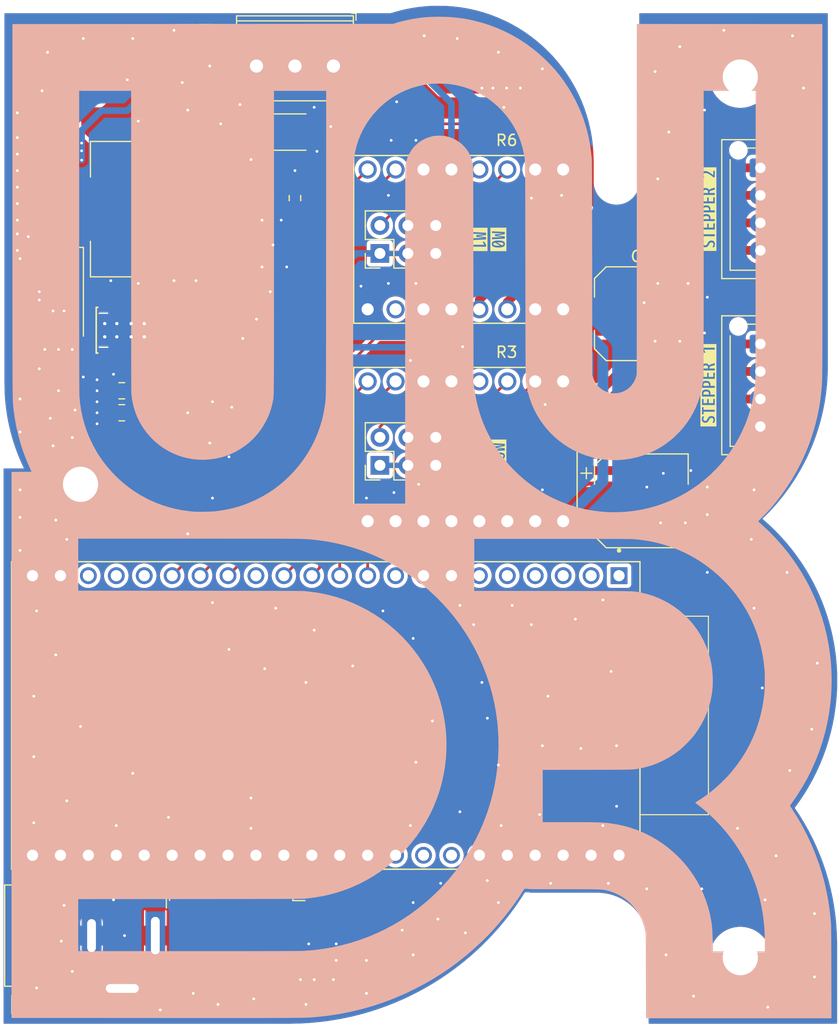
<source format=kicad_pcb>
(kicad_pcb (version 20221018) (generator pcbnew)
  (layers (0 "F.Cu" signal) (31 "B.Cu" signal) (34 "B.Paste" user) (35 "F.Paste" user) (36 "B.SilkS" user "B.Silkscreen") (37 "F.SilkS" user "F.Silkscreen") (38 "B.Mask" user) (39 "F.Mask" user) (44 "Edge.Cuts" user))
  (net 0 "")
  (net 1 "Net-(J6-Pin_2)")
  (net 2 "Net-(J6-Pin_4)")
  (net 3 "+12V")
  (net 4 "GND")
  (net 5 "+5V")
  (net 6 "/VSENSE")
  (net 7 "STEPPER_1_EN")
  (net 8 "STEPPER_2_EN")
  (net 9 "ProximityOut")
  (net 10 "Net-(Q1-D)")
  (net 11 "Net-(U1-BOOT)")
  (net 15 "Net-(D1-K)")
  (net 16 "STEPPER_1_STEP")
  (net 17 "STEPPER_1_DIR")
  (net 18 "STEPPER_2_STEP")
  (net 19 "STEPPER_2_DIR")
  (net 50 "Net-(J4-Pin_2)")
  (net 51 "Net-(J4-Pin_4)")
  (net 52 "Net-(J4-Pin_6)")
  (net 54 "Net-(J6-Pin_6)")
  (net 55 "Net-(D3-A)")
  (net 56 "Net-(D2-A1)")
  (net 57 "STPR_1_A2")
  (net 58 "STPR_1_A1")
  (net 59 "STPR_1_B1")
  (net 60 "STPR_1_B2")
  (net 61 "STPR_2_A2")
  (net 62 "STPR_2_A1")
  (net 63 "STPR_2_B1")
  (net 64 "STPR_2_B2")
  (footprint "Resistor_SMD:R_0603_1608Metric" (layer "F.Cu") (at 158.5 49.75)
    (fp_text reference "R6")
    (fp_text value "10k" hide)
  )
  (footprint "PCB Footprints:DRV8825_STEPPER_MOTOR_DRIVER_CARRIER" (layer "F.Cu") (at 152 58.75 -90)
    (fp_text reference "U4" hide)
    (fp_text value "DRV8825_STEPPER_MOTOR_DRIVER_CARRIER" hide)
  )
  (footprint "Resistor_SMD:R_0603_1608Metric" (layer "F.Cu") (at 119 43.5 180)
    (fp_text reference "R7" hide)
    (fp_text value "330R" hide)
  )
  (footprint "Capacitor_SMD:C_1206_3216Metric" (layer "F.Cu") (at 114 54 180)
    (fp_text reference "C6" hide)
    (fp_text value "10uF" hide)
  )
  (footprint "kibuzzard-661D7AB9" (layer "F.Cu") (at 153.3 78 -90)
    (fp_text reference "kibuzzard-661D7AB9" hide)
    (fp_text value "G***" hide)
  )
  (footprint "Capacitor_SMD:C_1206_3216Metric" (layer "F.Cu") (at 114 51 180)
    (fp_text reference "C7" hide)
    (fp_text value "100nF" hide)
  )
  (footprint "kibuzzard-661D7A6E" (layer "F.Cu") (at 174.1 56 90)
    (fp_text reference "kibuzzard-661D7A6E" hide)
    (fp_text value "G***" hide)
  )
  (footprint "Connector_BarrelJack:BarrelJack_Wuerth_6941xx301002" (layer "F.Cu") (at 123.8 122 -90)
    (fp_text reference "J1" hide)
    (fp_text value "DC-005-20A" hide)
  )
  (footprint "kibuzzard-661D4DC0" (layer "F.Cu") (at 112 43.5 -90)
    (fp_text reference "kibuzzard-661D4DC0" hide)
    (fp_text value "G***" hide)
  )
  (footprint "Diode_SMD:D_SMA" (layer "F.Cu") (at 126 69 90)
    (fp_text reference "D1" hide)
    (fp_text value "B340A" hide)
  )
  (footprint "Connector_PinHeader_2.54mm:PinHeader_2x03_P2.54mm_Vertical" (layer "F.Cu") (at 144.225 60.025 90)
    (fp_text reference "J6" hide)
    (fp_text value "Conn_02x03_Odd_Even" hide)
  )
  (footprint "Connector_PinHeader_2.54mm:PinHeader_2x03_P2.54mm_Vertical" (layer "F.Cu") (at 144.225 79.275 90)
    (fp_text reference "J4" hide)
    (fp_text value "Conn_02x03_Odd_Even" hide)
  )
  (footprint "Resistor_SMD:R_0603_1608Metric" (layer "F.Cu") (at 112.5 48.5 180)
    (fp_text reference "R2" hide)
    (fp_text value "4.12k" hide)
  )
  (footprint "Capacitor_SMD:C_1206_3216Metric" (layer "F.Cu") (at 114 57 180)
    (fp_text reference "C5" hide)
    (fp_text value "22uF" hide)
  )
  (footprint "Resistor_SMD:R_0603_1608Metric" (layer "F.Cu") (at 115.5 48.5 180)
    (fp_text reference "R1" hide)
    (fp_text value "13k" hide)
  )
  (footprint "kibuzzard-661D7A91" (layer "F.Cu") (at 155 78 -90)
    (fp_text reference "kibuzzard-661D7A91" hide)
    (fp_text value "G***" hide)
  )
  (footprint "Capacitor_Tantalum_SMD:CP_EIA-7343-31_Kemet-D" (layer "F.Cu") (at 115 63.8875 -90)
    (fp_text reference "C4" hide)
    (fp_text value "220uF" hide)
  )
  (footprint "Capacitor_SMD:C_0603_1608Metric" (layer "F.Cu") (at 126 64)
    (fp_text reference "C1" hide)
    (fp_text value "10nF" hide)
  )
  (footprint "Resistor_SMD:R_0603_1608Metric" (layer "F.Cu") (at 158.5 69)
    (fp_text reference "R3")
    (fp_text value "10k" hide)
  )
  (footprint "kibuzzard-661D7B73" (layer "F.Cu") (at 130.1 40.7 -90)
    (fp_text reference "kibuzzard-661D7B73" hide)
    (fp_text value "G***" hide)
  )
  (footprint "kibuzzard-661D68F2" (layer "F.Cu") (at 114.5 128.25)
    (fp_text reference "kibuzzard-661D68F2" hide)
    (fp_text value "G***" hide)
  )
  (footprint "Resistor_SMD:R_0603_1608Metric" (layer "F.Cu") (at 136.5 55 90)
    (fp_text reference "R5" hide)
    (fp_text value "18k" hide)
  )
  (footprint "PCB Footprints:LOGO1" (layer "F.Cu") (at 148 84)
    (fp_text reference "G***" hide)
    (fp_text value "LOGO" hide)
  )
  (footprint "PCB Footprints:SMDRI127-220MT" (layer "F.Cu") (at 124 56 -90)
    (fp_text reference "L1" hide)
    (fp_text value "22uH" hide)
  )
  (footprint "PCB Footprints:ESP32-S3-DEVKITC" (layer "F.Cu") (at 136 102 -90)
    (fp_text reference "U3" hide)
    (fp_text value "ESP32-S3-DEVKIT" hide)
  )
  (footprint "kibuzzard-661D7BA7" (layer "F.Cu") (at 128.4 40.7 -90)
    (fp_text reference "kibuzzard-661D7BA7" hide)
    (fp_text value "G***" hide)
  )
  (footprint "PCB Footprints:DRV8825_STEPPER_MOTOR_DRIVER_CARRIER" (layer "F.Cu") (at 152 78 -90)
    (fp_text reference "U2" hide)
    (fp_text value "DRV8825_STEPPER_MOTOR_DRIVER_CARRIER" hide)
  )
  (footprint "LED_SMD:LED_0603_1608Metric" (layer "F.Cu") (at 114.5 43.5)
    (fp_text reference "D3" hide)
    (fp_text value "Yellow" hide)
  )
  (footprint "Resistor_SMD:R_0603_1608Metric" (layer "F.Cu") (at 134 55 -90)
    (fp_text reference "R4" hide)
    (fp_text value "56k" hide)
  )
  (footprint "TerminalBlock_Phoenix:TerminalBlock_Phoenix_PT-1,5-3-3.5-H_1x03_P3.50mm_Horizontal" (layer "F.Cu") (at 140 43 180)
    (fp_text reference "J2" hide)
    (fp_text value "Conn_01x03" hide)
  )
  (footprint "kibuzzard-661D7B98" (layer "F.Cu") (at 126.7 40.7 -90)
    (fp_text reference "kibuzzard-661D7B98" hide)
    (fp_text value "G***" hide)
  )
  (footprint "Capacitor_SMD:C_0805_2012Metric" (layer "F.Cu") (at 120.75 74.5 180)
    (fp_text reference "C2" hide)
    (fp_text value "2.2uF" hide)
  )
  (footprint "Package_SO:TI_SO-PowerPAD-8_ThermalVias" (layer "F.Cu") (at 121 67 -90)
    (fp_text reference "U1" hide)
    (fp_text value "TPS5430DDA" hide)
  )
  (footprint "Connector_JST:JST_XH_B4B-XH-AM_1x04_P2.50mm_Vertical" (layer "F.Cu") (at 178.825 52.25 -90)
    (fp_text reference "J5" hide)
    (fp_text value "Conn_01x04" hide)
  )
  (footprint "Capacitor_SMD:CP_Elec_8x10" (layer "F.Cu") (at 168 82.5)
    (fp_text reference "C8")
    (fp_text value "100uF" hide)
  )
  (footprint "MountingHole:MountingHole_3.2mm_M3_DIN965" (layer "F.Cu") (at 177 44)
    (fp_text reference "H2" hide)
    (fp_text value "MountingHole" hide)
  )
  (footprint "Diode_SMD:D_SMA" (layer "F.Cu") (at 135.5 49)
    (fp_text reference "D2" hide)
    (fp_text value "SMAJ12CA-TR" hide)
  )
  (footprint "kibuzzard-661D7AAA" (layer "F.Cu") (at 151.6 78 -90)
    (fp_text reference "kibuzzard-661D7AAA" hide)
    (fp_text value "G***" hide)
  )
  (footprint "Capacitor_SMD:C_0805_2012Metric" (layer "F.Cu") (at 120.75 72.5 180)
    (fp_text reference "C3" hide)
    (fp_text value "2.2uF" hide)
  )
  (footprint "kibuzzard-661D7AAA" (layer "F.Cu") (at 151.6 58.75 -90)
    (fp_text reference "kibuzzard-661D7AAA" hide)
    (fp_text value "G***" hide)
  )
  (footprint "kibuzzard-661D7A47" (layer "F.Cu") (at 174.1 72 90)
    (fp_text reference "kibuzzard-661D7A47" hide)
    (fp_text value "G***" hide)
  )
  (footprint "Capacitor_SMD:CP_Elec_8x10" (layer "F.Cu") (at 168 65.5)
    (fp_text reference "C9")
    (fp_text value "100uF" hide)
  )
  (footprint "MountingHole:MountingHole_3.2mm_M3_DIN965" (layer "F.Cu") (at 177 124)
    (fp_text reference "H3" hide)
    (fp_text value "MountingHole" hide)
  )
  (footprint "Connector_JST:JST_XH_B4B-XH-AM_1x04_P2.50mm_Vertical" (layer "F.Cu") (at 178.825 68.25 -90)
    (fp_text reference "J3" hide)
    (fp_text value "Conn_01x04" hide)
  )
  (footprint "MountingHole:MountingHole_3.2mm_M3_DIN965" (layer "F.Cu") (at 117 81)
    (fp_text reference "H1" hide)
    (fp_text value "MountingHole" hide)
  )
  (footprint "kibuzzard-661D7AB9" (layer "F.Cu") (at 153.3 58.75 -90)
    (fp_text reference "kibuzzard-661D7AB9" hide)
    (fp_text value "G***" hide)
  )
  (footprint "Package_TO_SOT_SMD:TO-252-2" (layer "F.Cu") (at 133 122 180)
    (fp_text reference "Q1" hide)
    (fp_text value "HSU60P03" hide)
  )
  (footprint "kibuzzard-661D7A91" (layer "F.Cu") (at 155 58.75 -90)
    (fp_text reference "kibuzzard-661D7A91" hide)
    (fp_text value "G***" hide)
  )
  (gr_line (start 183.578297 107.841632) (end 183.208251 108.505838) (stroke (width 0.008)) (layer "Edge.Cuts"))
  (gr_line (start 185.223713 117.76713) (end 185.398046 118.577407) (stroke (width 0.008)) (layer "Edge.Cuts"))
  (gr_line (start 185.216966 94.027683) (end 185.341107 94.541318) (stroke (width 0.008)) (layer "Edge.Cuts"))
  (gr_line (start 157.99447 40.327301) (end 158.527908 40.746585) (stroke (width 0.008)) (layer "Edge.Cuts"))
  (gr_line (start 166.730529 55.343424) (end 166.901646 55.239458) (stroke (width 0.008)) (layer "Edge.Cuts"))
  (gr_line (start 185.811187 98.272438) (end 185.818892 98.822372) (stroke (width 0.008)) (layer "Edge.Cuts"))
  (gr_line (start 110 130) (end 110 112.857572) (stroke (width 0.008)) (layer "Edge.Cuts"))
  (gr_line (start 184.043917 76.11542) (end 183.88971 76.575925) (stroke (width 0.008)) (layer "Edge.Cuts"))
  (gr_line (start 168.660972 122.779428) (end 168.654886 122.538642) (stroke (width 0.008)) (layer "Edge.Cuts"))
  (gr_line (start 184.531315 105.756474) (end 184.240501 106.466291) (stroke (width 0.008)) (layer "Edge.Cuts"))
  (gr_line (start 111.100706 77.759653) (end 110.941863 77.294456) (stroke (width 0.008)) (layer "Edge.Cuts"))
  (gr_line (start 182.812698 111.749534) (end 183.207087 112.450836) (stroke (width 0.008)) (layer "Edge.Cuts"))
  (gr_line (start 110.435929 75.378212) (end 110.342827 74.886309) (stroke (width 0.008)) (layer "Edge.Cuts"))
  (gr_line (start 166.159688 55.551737) (end 166.358503 55.500604) (stroke (width 0.008)) (layer "Edge.Cuts"))
  (gr_line (start 184.958892 70.238772) (end 184.952236 70.749584) (stroke (width 0.008)) (layer "Edge.Cuts"))
  (gr_line (start 185.234528 103.546348) (end 185.029 104.295844) (stroke (width 0.008)) (layer "Edge.Cuts"))
  (gr_line (start 152.880869 123.491612) (end 152.289287 124.010168) (stroke (width 0.008)) (layer "Edge.Cuts"))
  (gr_line (start 164.225971 118.108135) (end 163.985452 118.102052) (stroke (width 0.008)) (layer "Edge.Cuts"))
  (gr_line (start 146.237171 37.911144) (end 146.771517 37.793793) (stroke (width 0.008)) (layer "Edge.Cuts"))
  (gr_line (start 184.958892 38.205332) (end 184.958892 70.238772) (stroke (width 0.008)) (layer "Edge.Cuts"))
  (gr_line (start 163.647881 50.9171) (end 163.666252 51.643732) (stroke (width 0.008)) (layer "Edge.Cuts"))
  (gr_line (start 162.809503 46.788452) (end 163.031484 47.444603) (stroke (width 0.008)) (layer "Edge.Cuts"))
  (gr_line (start 146.771517 37.793793) (end 147.313222 37.696832) (stroke (width 0.008)) (layer "Edge.Cuts"))
  (gr_line (start 159.998205 42.14862) (end 160.442011 42.661067) (stroke (width 0.008)) (layer "Edge.Cuts"))
  (gr_line (start 144.815442 128.406051) (end 144.059447 128.675437) (stroke (width 0.008)) (layer "Edge.Cuts"))
  (gr_line (start 185.398046 118.577407) (end 185.542076 119.398544) (stroke (width 0.008)) (layer "Edge.Cuts"))
  (gr_line (start 163.759635 54.135059) (end 163.829473 54.325904) (stroke (width 0.008)) (layer "Edge.Cuts"))
  (gr_line (start 153.074567 37.966016) (end 153.744708 38.156349) (stroke (width 0.008)) (layer "Edge.Cuts"))
  (gr_line (start 145.192252 38.205332) (end 145.710607 38.048465) (stroke (width 0.008)) (layer "Edge.Cuts"))
  (gr_line (start 179.400773 84.473228) (end 179.777378 84.819264) (stroke (width 0.008)) (layer "Edge.Cuts"))
  (gr_line (start 168.636822 122.301027) (end 168.565944 121.836483) (stroke (width 0.008)) (layer "Edge.Cuts"))
  (gr_line (start 147.861861 37.620684) (end 148.417008 37.56577) (stroke (width 0.008)) (layer "Edge.Cuts"))
  (gr_line (start 167.653832 54.325904) (end 167.72367 54.135059) (stroke (width 0.008)) (layer "Edge.Cuts"))
  (gr_line (start 184.640815 73.739701) (end 184.545203 74.224054) (stroke (width 0.008)) (layer "Edge.Cuts"))
  (gr_line (start 167.291192 119.471644) (end 166.959127 119.16981) (stroke (width 0.008)) (layer "Edge.Cuts"))
  (gr_line (start 184.186734 75.649816) (end 184.043917 76.11542) (stroke (width 0.008)) (layer "Edge.Cuts"))
  (gr_line (start 185.736739 121.070946) (end 185.78613 121.920984) (stroke (width 0.008)) (layer "Edge.Cuts"))
  (gr_line (start 184.794372 105.032772) (end 184.531315 105.756474) (stroke (width 0.008)) (layer "Edge.Cuts"))
  (gr_line (start 185.542076 119.398544) (end 185.655181 120.229928) (stroke (width 0.008)) (layer "Edge.Cuts"))
  (gr_line (start 185.410281 102.784945) (end 185.234528 103.546348) (stroke (width 0.008)) (layer "Edge.Cuts"))
  (gr_line (start 167.806327 53.729653) (end 167.817052 53.517172) (stroke (width 0.008)) (layer "Edge.Cuts"))
  (gr_line (start 185.752169 100.435876) (end 185.669774 101.229049) (stroke (width 0.008)) (layer "Edge.Cuts"))
  (gr_line (start 147.721974 127.10129) (end 147.013827 127.460693) (stroke (width 0.008)) (layer "Edge.Cuts"))
  (gr_line (start 155.077579 121.242371) (end 154.554714 121.830064) (stroke (width 0.008)) (layer "Edge.Cuts"))
  (gr_line (start 185.802732 130.02413) (end 168.660972 130.02413) (stroke (width 0.008)) (layer "Edge.Cuts"))
  (gr_line (start 167.462373 54.678681) (end 167.566384 54.507459) (stroke (width 0.008)) (layer "Edge.Cuts"))
  (gr_line (start 163.031484 47.444603) (end 163.221746 48.11472) (stroke (width 0.008)) (layer "Edge.Cuts"))
  (gr_line (start 181.834097 87.093561) (end 182.141149 87.503707) (stroke (width 0.008)) (layer "Edge.Cuts"))
  (gr_line (start 110.6626 76.347016) (end 110.542588 75.865182) (stroke (width 0.008)) (layer "Edge.Cuts"))
  (gr_line (start 165.124844 55.500604) (end 165.323669 55.551737) (stroke (width 0.008)) (layer "Edge.Cuts"))
  (gr_line (start 167.862219 120.163818) (end 167.593007 119.803762) (stroke (width 0.008)) (layer "Edge.Cuts"))
  (gr_line (start 148.417008 37.56577) (end 148.97824 37.532512) (stroke (width 0.008)) (layer "Edge.Cuts"))
  (gr_line (start 111.455789 78.67198) (end 111.272082 78.218896) (stroke (width 0.008)) (layer "Edge.Cuts"))
  (gr_line (start 167.774851 53.935962) (end 167.806327 53.729653) (stroke (width 0.008)) (layer "Edge.Cuts"))
  (gr_line (start 160.861192 43.194584) (end 161.254861 43.748285) (stroke (width 0.008)) (layer "Edge.Cuts"))
  (gr_line (start 163.829473 54.325904) (end 163.916922 54.507459) (stroke (width 0.008)) (layer "Edge.Cuts"))
  (gr_line (start 184.899481 71.76119) (end 184.853712 72.261652) (stroke (width 0.008)) (layer "Edge.Cuts"))
  (gr_line (start 179.015052 84.137172) (end 179.400773 84.473228) (stroke (width 0.008)) (layer "Edge.Cuts"))
  (gr_line (start 157.826012 118.069652) (end 157.409212 118.069652) (stroke (width 0.008)) (layer "Edge.Cuts"))
  (gr_line (start 167.566384 54.507459) (end 167.653832 54.325904) (stroke (width 0.008)) (layer "Edge.Cuts"))
  (gr_line (start 184.952236 70.749584) (end 184.932377 71.257112) (stroke (width 0.008)) (layer "Edge.Cuts"))
  (gr_line (start 164.140464 54.838532) (end 164.274462 54.985972) (stroke (width 0.008)) (layer "Edge.Cuts"))
  (gr_line (start 128.101532 38.205332) (end 145.192252 38.205332) (stroke (width 0.008)) (layer "Edge.Cuts"))
  (gr_line (start 156.276558 39.226068) (end 156.867909 39.566155) (stroke (width 0.008)) (layer "Edge.Cuts"))
  (gr_line (start 137.656524 129.944698) (end 136.818309 129.986102) (stroke (width 0.008)) (layer "Edge.Cuts"))
  (gr_line (start 185.451412 95.06021) (end 185.547675 95.584152) (stroke (width 0.008)) (layer "Edge.Cuts"))
  (gr_line (start 158.527908 40.746585) (end 159.040267 41.190491) (stroke (width 0.008)) (layer "Edge.Cuts"))
  (gr_line (start 182.3936 111.064615) (end 182.812698 111.749534) (stroke (width 0.008)) (layer "Edge.Cuts"))
  (gr_line (start 110.087841 72.359973) (end 110.08038 71.842772) (stroke (width 0.008)) (layer "Edge.Cuts"))
  (gr_line (start 180.321984 82.759359) (end 179.685362 83.464404) (stroke (width 0.008)) (layer "Edge.Cuts"))
  (gr_line (start 152.289287 124.010168) (end 151.681613 124.510352) (stroke (width 0.008)) (layer "Edge.Cuts"))
  (gr_line (start 185.029 104.295844) (end 184.794372 105.032772) (stroke (width 0.008)) (layer "Edge.Cuts"))
  (gr_line (start 165.80498 118.469481) (end 165.37546 118.312251) (stroke (width 0.008)) (layer "Edge.Cuts"))
  (gr_line (start 162.273934 45.521605) (end 162.556691 46.147157) (stroke (width 0.008)) (layer "Edge.Cuts"))
  (gr_line (start 165.529634 55.58318) (end 165.741692 55.593892) (stroke (width 0.008)) (layer "Edge.Cuts"))
  (gr_line (start 111.272082 78.218896) (end 111.100706 77.759653) (stroke (width 0.008)) (layer "Edge.Cuts"))
  (gr_line (start 182.722775 88.348804) (end 182.996939 88.783345) (stroke (width 0.008)) (layer "Edge.Cuts"))
  (gr_line (start 184.437542 74.703968) (end 184.317998 75.179277) (stroke (width 0.008)) (layer "Edge.Cuts"))
  (gr_line (start 182.505208 79.642811) (end 182.016529 80.463764) (stroke (width 0.008)) (layer "Edge.Cuts"))
  (gr_line (start 165.323669 55.551737) (end 165.529634 55.58318) (stroke (width 0.008)) (layer "Edge.Cuts"))
  (gr_line (start 181.950412 110.396692) (end 182.3936 111.064615) (stroke (width 0.008)) (layer "Edge.Cuts"))
  (gr_line (start 167.817052 53.517172) (end 167.817052 38.205332) (stroke (width 0.008)) (layer "Edge.Cuts"))
  (gr_line (start 154.400864 38.378408) (end 155.042148 38.631307) (stroke (width 0.008)) (layer "Edge.Cuts"))
  (gr_line (start 183.162286 78.363648) (end 182.953606 78.79618) (stroke (width 0.008)) (layer "Edge.Cuts"))
  (gr_line (start 164.274462 54.985972) (end 164.421882 55.119961) (stroke (width 0.008)) (layer "Edge.Cuts"))
  (gr_line (start 151.681613 124.510352) (end 151.05828 124.991729) (stroke (width 0.008)) (layer "Edge.Cuts"))
  (gr_line (start 163.379404 48.797916) (end 163.50357 49.493304) (stroke (width 0.008)) (layer "Edge.Cuts"))
  (gr_line (start 135.973132 130) (end 110 130) (stroke (width 0.008)) (layer "Edge.Cuts"))
  (gr_line (start 184.853712 72.261652) (end 184.795234 72.758335) (stroke (width 0.008)) (layer "Edge.Cuts"))
  (gr_line (start 181.188543 86.299102) (end 181.516493 86.691957) (stroke (width 0.008)) (layer "Edge.Cuts"))
  (gr_line (start 155.042148 38.631307) (end 155.667675 38.914156) (stroke (width 0.008)) (layer "Edge.Cuts"))
  (gr_line (start 111.65162 79.1187) (end 111.455789 78.67198) (stroke (width 0.008)) (layer "Edge.Cuts"))
  (gr_line (start 143.292578 128.921232) (end 142.51527 129.143) (stroke (width 0.008)) (layer "Edge.Cuts"))
  (gr_line (start 140.12505 129.659798) (end 139.310329 129.781111) (stroke (width 0.008)) (layer "Edge.Cuts"))
  (gr_line (start 155.582177 120.638481) (end 155.077579 121.242371) (stroke (width 0.008)) (layer "Edge.Cuts"))
  (gr_line (start 138.487342 129.876223) (end 137.656524 129.944698) (stroke (width 0.008)) (layer "Edge.Cuts"))
  (gr_line (start 184.76358 92.520368) (end 184.927998 93.017002) (stroke (width 0.008)) (layer "Edge.Cuts"))
  (gr_line (start 183.547788 77.480976) (end 183.360402 77.925192) (stroke (width 0.008)) (layer "Edge.Cuts"))
  (gr_line (start 184.724214 73.251073) (end 184.640815 73.739701) (stroke (width 0.008)) (layer "Edge.Cuts"))
  (gr_line (start 166.213667 118.666382) (end 165.80498 118.469481) (stroke (width 0.008)) (layer "Edge.Cuts"))
  (gr_line (start 144.059447 128.675437) (end 143.292578 128.921232) (stroke (width 0.008)) (layer "Edge.Cuts"))
  (gr_line (start 179.685362 83.464404) (end 179.015052 84.137172) (stroke (width 0.008)) (layer "Edge.Cuts"))
  (gr_line (start 184.545203 74.224054) (end 184.437542 74.703968) (stroke (width 0.008)) (layer "Edge.Cuts"))
  (gr_line (start 182.393636 109.784027) (end 181.950412 110.396692) (stroke (width 0.008)) (layer "Edge.Cuts"))
  (gr_line (start 185.802732 122.779428) (end 185.802732 130.02413) (stroke (width 0.008)) (layer "Edge.Cuts"))
  (gr_line (start 165.953736 55.58318) (end 166.159688 55.551737) (stroke (width 0.008)) (layer "Edge.Cuts"))
  (gr_line (start 183.207087 112.450836) (end 183.576143 113.167907) (stroke (width 0.008)) (layer "Edge.Cuts"))
  (gr_line (start 167.817052 38.205332) (end 184.958892 38.205332) (stroke (width 0.008)) (layer "Edge.Cuts"))
  (gr_line (start 182.016529 80.463764) (end 181.488886 81.25772) (stroke (width 0.008)) (layer "Edge.Cuts"))
  (gr_line (start 151.69588 37.684082) (end 152.391329 37.808298) (stroke (width 0.008)) (layer "Edge.Cuts"))
  (gr_line (start 146.293066 127.798243) (end 145.560126 128.113508) (stroke (width 0.008)) (layer "Edge.Cuts"))
  (gr_line (start 166.549132 55.43082) (end 166.730529 55.343424) (stroke (width 0.008)) (layer "Edge.Cuts"))
  (gr_line (start 183.360402 77.925192) (end 183.162286 78.363648) (stroke (width 0.008)) (layer "Edge.Cuts"))
  (gr_line (start 164.752801 55.343424) (end 164.934206 55.43082) (stroke (width 0.008)) (layer "Edge.Cuts"))
  (gr_line (start 111.859372 79.558852) (end 111.65162 79.1187) (stroke (width 0.008)) (layer "Edge.Cuts"))
  (gr_line (start 184.786622 116.181614) (end 185.019698 116.968328) (stroke (width 0.008)) (layer "Edge.Cuts"))
  (gr_line (start 183.977812 90.596662) (end 184.193058 91.067753) (stroke (width 0.008)) (layer "Edge.Cuts"))
  (gr_line (start 159.530662 41.658132) (end 159.998205 42.14862) (stroke (width 0.008)) (layer "Edge.Cuts"))
  (gr_line (start 159.040267 41.190491) (end 159.530662 41.658132) (stroke (width 0.008)) (layer "Edge.Cuts"))
  (gr_line (start 180.850451 85.915199) (end 181.188543 86.299102) (stroke (width 0.008)) (layer "Edge.Cuts"))
  (gr_line (start 154.014018 122.401125) (end 153.455924 122.95512) (stroke (width 0.008)) (layer "Edge.Cuts"))
  (gr_line (start 163.708453 53.935962) (end 163.759635 54.135059) (stroke (width 0.008)) (layer "Edge.Cuts"))
  (gr_line (start 156.867909 39.566155) (end 157.440842 39.933529) (stroke (width 0.008)) (layer "Edge.Cuts"))
  (gr_line (start 183.750372 90.13247) (end 183.977812 90.596662) (stroke (width 0.008)) (layer "Edge.Cuts"))
  (gr_line (start 185.079195 93.519509) (end 185.216966 94.027683) (stroke (width 0.008)) (layer "Edge.Cuts"))
  (gr_line (start 180.144663 85.175075) (end 180.502423 85.540455) (stroke (width 0.008)) (layer "Edge.Cuts"))
  (gr_line (start 184.240501 106.466291) (end 183.922605 107.161563) (stroke (width 0.008)) (layer "Edge.Cuts"))
  (gr_line (start 153.455924 122.95512) (end 152.880869 123.491612) (stroke (width 0.008)) (layer "Edge.Cuts"))
  (gr_line (start 141.727955 129.340308) (end 140.931071 129.512718) (stroke (width 0.008)) (layer "Edge.Cuts"))
  (gr_line (start 110.110086 72.873468) (end 110.087841 72.359973) (stroke (width 0.008)) (layer "Edge.Cuts"))
  (gr_line (start 156.534836 119.38385) (end 156.068075 120.018829) (stroke (width 0.008)) (layer "Edge.Cuts"))
  (gr_line (start 181.516493 86.691957) (end 181.834097 87.093561) (stroke (width 0.008)) (layer "Edge.Cuts"))
  (gr_line (start 184.395905 91.545538) (end 184.586148 92.029811) (stroke (width 0.008)) (layer "Edge.Cuts"))
  (gr_line (start 139.310329 129.781111) (end 138.487342 129.876223) (stroke (width 0.008)) (layer "Edge.Cuts"))
  (gr_line (start 180.923598 82.023358) (end 180.321984 82.759359) (stroke (width 0.008)) (layer "Edge.Cuts"))
  (gr_line (start 110.342827 74.886309) (end 110.263488 74.389679) (stroke (width 0.008)) (layer "Edge.Cuts"))
  (gr_line (start 110 96.701492) (end 110 79.558852) (stroke (width 0.008)) (layer "Edge.Cuts"))
  (gr_line (start 164.927463 118.197038) (end 164.463342 118.12619) (stroke (width 0.008)) (layer "Edge.Cuts"))
  (gr_line (start 110 112.857572) (end 110 96.701492) (stroke (width 0.008)) (layer "Edge.Cuts"))
  (gr_line (start 164.581678 55.239458) (end 164.752801 55.343424) (stroke (width 0.008)) (layer "Edge.Cuts"))
  (gr_line (start 127.222172 38.205332) (end 128.101532 38.205332) (stroke (width 0.008)) (layer "Edge.Cuts"))
  (gr_line (start 184.586148 92.029811) (end 184.76358 92.520368) (stroke (width 0.008)) (layer "Edge.Cuts"))
  (gr_line (start 184.193058 91.067753) (end 184.395905 91.545538) (stroke (width 0.008)) (layer "Edge.Cuts"))
  (gr_line (start 185.547675 95.584152) (end 185.629692 96.11294) (stroke (width 0.008)) (layer "Edge.Cuts"))
  (gr_line (start 182.953606 78.79618) (end 182.505208 79.642811) (stroke (width 0.008)) (layer "Edge.Cuts"))
  (gr_line (start 142.51527 129.143) (end 141.727955 129.340308) (stroke (width 0.008)) (layer "Edge.Cuts"))
  (gr_line (start 110.198115 73.888526) (end 110.146913 73.383054) (stroke (width 0.008)) (layer "Edge.Cuts"))
  (gr_line (start 168.293414 120.958355) (end 168.096473 120.549464) (stroke (width 0.008)) (layer "Edge.Cuts"))
  (gr_line (start 184.317998 75.179277) (end 184.186734 75.649816) (stroke (width 0.008)) (layer "Edge.Cuts"))
  (gr_line (start 145.560126 128.113508) (end 144.815442 128.406051) (stroke (width 0.008)) (layer "Edge.Cuts"))
  (gr_line (start 185.341107 94.541318) (end 185.451412 95.06021) (stroke (width 0.008)) (layer "Edge.Cuts"))
  (gr_line (start 151.05828 124.991729) (end 150.419726 125.453865) (stroke (width 0.008)) (layer "Edge.Cuts"))
  (gr_line (start 168.450689 121.388143) (end 168.293414 120.958355) (stroke (width 0.008)) (layer "Edge.Cuts"))
  (gr_line (start 166.599167 118.900607) (end 166.213667 118.666382) (stroke (width 0.008)) (layer "Edge.Cuts"))
  (gr_line (start 183.576143 113.167907) (end 183.919246 113.900134) (stroke (width 0.008)) (layer "Edge.Cuts"))
  (gr_line (start 162.556691 46.147157) (end 162.809503 46.788452) (stroke (width 0.008)) (layer "Edge.Cuts"))
  (gr_line (start 182.81314 109.153523) (end 182.393636 109.784027) (stroke (width 0.008)) (layer "Edge.Cuts"))
  (gr_line (start 157.440842 39.933529) (end 157.99447 40.327301) (stroke (width 0.008)) (layer "Edge.Cuts"))
  (gr_line (start 149.098686 126.318671) (end 148.417072 126.720471) (stroke (width 0.008)) (layer "Edge.Cuts"))
  (gr_line (start 163.916922 54.507459) (end 164.020935 54.678681) (stroke (width 0.008)) (layer "Edge.Cuts"))
  (gr_line (start 163.666252 51.643732) (end 163.666252 53.517172) (stroke (width 0.008)) (layer "Edge.Cuts"))
  (gr_line (start 155.667675 38.914156) (end 156.276558 39.226068) (stroke (width 0.008)) (layer "Edge.Cuts"))
  (gr_line (start 168.565944 121.836483) (end 168.450689 121.388143) (stroke (width 0.008)) (layer "Edge.Cuts"))
  (gr_line (start 182.141149 87.503707) (end 182.437443 87.92219) (stroke (width 0.008)) (layer "Edge.Cuts"))
  (gr_line (start 182.996939 88.783345) (end 183.25973 89.225606) (stroke (width 0.008)) (layer "Edge.Cuts"))
  (gr_line (start 163.666252 53.517172) (end 163.676977 53.729653) (stroke (width 0.008)) (layer "Edge.Cuts"))
  (gr_line (start 183.25973 89.225606) (end 183.510943 89.675383) (stroke (width 0.008)) (layer "Edge.Cuts"))
  (gr_line (start 157.826012 118.102052) (end 157.826012 118.069652) (stroke (width 0.008)) (layer "Edge.Cuts"))
  (gr_line (start 145.710607 38.048465) (end 146.237171 37.911144) (stroke (width 0.008)) (layer "Edge.Cuts"))
  (gr_line (start 166.358503 55.500604) (end 166.549132 55.43082) (stroke (width 0.008)) (layer "Edge.Cuts"))
  (gr_line (start 110.08038 38.205332) (end 127.222172 38.205332) (stroke (width 0.008)) (layer "Edge.Cuts"))
  (gr_line (start 150.989106 37.594257) (end 151.69588 37.684082) (stroke (width 0.008)) (layer "Edge.Cuts"))
  (gr_line (start 164.463342 118.12619) (end 164.225971 118.108135) (stroke (width 0.008)) (layer "Edge.Cuts"))
  (gr_line (start 148.417072 126.720471) (end 147.721974 127.10129) (stroke (width 0.008)) (layer "Edge.Cuts"))
  (gr_line (start 167.061436 55.119961) (end 167.208852 54.985972) (stroke (width 0.008)) (layer "Edge.Cuts"))
  (gr_line (start 161.254861 43.748285) (end 161.622132 44.321281) (stroke (width 0.008)) (layer "Edge.Cuts"))
  (gr_line (start 150.271895 37.539711) (end 150.989106 37.594257) (stroke (width 0.008)) (layer "Edge.Cuts"))
  (gr_line (start 110.79576 76.823509) (end 110.6626 76.347016) (stroke (width 0.008)) (layer "Edge.Cuts"))
  (gr_line (start 149.545132 37.521332) (end 150.271895 37.539711) (stroke (width 0.008)) (layer "Edge.Cuts"))
  (gr_line (start 183.919246 113.900134) (end 184.235775 114.646903) (stroke (width 0.008)) (layer "Edge.Cuts"))
  (gr_line (start 183.922605 107.161563) (end 183.578297 107.841632) (stroke (width 0.008)) (layer "Edge.Cuts"))
  (gr_line (start 163.985452 118.102052) (end 157.826012 118.102052) (stroke (width 0.008)) (layer "Edge.Cuts"))
  (gr_line (start 161.962119 44.912683) (end 162.273934 45.521605) (stroke (width 0.008)) (layer "Edge.Cuts"))
  (gr_line (start 167.342847 54.838532) (end 167.462373 54.678681) (stroke (width 0.008)) (layer "Edge.Cuts"))
  (gr_line (start 185.78613 121.920984) (end 185.802732 122.779428) (stroke (width 0.008)) (layer "Edge.Cuts"))
  (gr_line (start 110 79.558852) (end 111.859372 79.558852) (stroke (width 0.008)) (layer "Edge.Cuts"))
  (gr_line (start 164.020935 54.678681) (end 164.140464 54.838532) (stroke (width 0.008)) (layer "Edge.Cuts"))
  (gr_line (start 185.655181 120.229928) (end 185.736739 121.070946) (stroke (width 0.008)) (layer "Edge.Cuts"))
  (gr_line (start 180.502423 85.540455) (end 180.850451 85.915199) (stroke (width 0.008)) (layer "Edge.Cuts"))
  (gr_line (start 167.593007 119.803762) (end 167.291192 119.471644) (stroke (width 0.008)) (layer "Edge.Cuts"))
  (gr_line (start 156.068075 120.018829) (end 155.582177 120.638481) (stroke (width 0.008)) (layer "Edge.Cuts"))
  (gr_line (start 185.555587 102.012292) (end 185.410281 102.784945) (stroke (width 0.008)) (layer "Edge.Cuts"))
  (gr_line (start 185.802099 99.63343) (end 185.752169 100.435876) (stroke (width 0.008)) (layer "Edge.Cuts"))
  (gr_line (start 185.019698 116.968328) (end 185.223713 117.76713) (stroke (width 0.008)) (layer "Edge.Cuts"))
  (gr_line (start 164.421882 55.119961) (end 164.581678 55.239458) (stroke (width 0.008)) (layer "Edge.Cuts"))
  (gr_line (start 154.554714 121.830064) (end 154.014018 122.401125) (stroke (width 0.008)) (layer "Edge.Cuts"))
  (gr_line (start 185.629692 96.11294) (end 185.697256 96.646368) (stroke (width 0.008)) (layer "Edge.Cuts"))
  (gr_line (start 140.931071 129.512718) (end 140.12505 129.659798) (stroke (width 0.008)) (layer "Edge.Cuts"))
  (gr_line (start 185.697256 96.646368) (end 185.750164 97.18423) (stroke (width 0.008)) (layer "Edge.Cuts"))
  (gr_line (start 110.08038 71.842772) (end 110.08038 38.205332) (stroke (width 0.008)) (layer "Edge.Cuts"))
  (gr_line (start 152.391329 37.808298) (end 153.074567 37.966016) (stroke (width 0.008)) (layer "Edge.Cuts"))
  (gr_line (start 181.488886 81.25772) (end 180.923598 82.023358) (stroke (width 0.008)) (layer "Edge.Cuts"))
  (gr_line (start 110.146913 73.383054) (end 110.110086 72.873468) (stroke (width 0.008)) (layer "Edge.Cuts"))
  (gr_line (start 148.97824 37.532512) (end 149.545132 37.521332) (stroke (width 0.008)) (layer "Edge.Cuts"))
  (gr_line (start 136.818309 129.986102) (end 135.973132 130) (stroke (width 0.008)) (layer "Edge.Cuts"))
  (gr_line (start 167.208852 54.985972) (end 167.342847 54.838532) (stroke (width 0.008)) (layer "Edge.Cuts"))
  (gr_line (start 184.525107 115.407601) (end 184.786622 116.181614) (stroke (width 0.008)) (layer "Edge.Cuts"))
  (gr_line (start 110.542588 75.865182) (end 110.435929 75.378212) (stroke (width 0.008)) (layer "Edge.Cuts"))
  (gr_line (start 185.818892 98.822372) (end 185.802099 99.63343) (stroke (width 0.008)) (layer "Edge.Cuts"))
  (gr_line (start 147.313222 37.696832) (end 147.861861 37.620684) (stroke (width 0.008)) (layer "Edge.Cuts"))
  (gr_line (start 147.013827 127.460693) (end 146.293066 127.798243) (stroke (width 0.008)) (layer "Edge.Cuts"))
  (gr_line (start 110.263488 74.389679) (end 110.198115 73.888526) (stroke (width 0.008)) (layer "Edge.Cuts"))
  (gr_line (start 163.221746 48.11472) (end 163.379404 48.797916) (stroke (width 0.008)) (layer "Edge.Cuts"))
  (gr_line (start 110.941863 77.294456) (end 110.79576 76.823509) (stroke (width 0.008)) (layer "Edge.Cuts"))
  (gr_line (start 184.927998 93.017002) (end 185.079195 93.519509) (stroke (width 0.008)) (layer "Edge.Cuts"))
  (gr_line (start 184.235775 114.646903) (end 184.525107 115.407601) (stroke (width 0.008)) (layer "Edge.Cuts"))
  (gr_line (start 163.50357 49.493304) (end 163.593358 50.199994) (stroke (width 0.008)) (layer "Edge.Cuts"))
  (gr_line (start 157.409212 118.069652) (end 156.982027 118.73398) (stroke (width 0.008)) (layer "Edge.Cuts"))
  (gr_line (start 185.788209 97.726322) (end 185.811187 98.272438) (stroke (width 0.008)) (layer "Edge.Cuts"))
  (gr_line (start 183.510943 89.675383) (end 183.750372 90.13247) (stroke (width 0.008)) (layer "Edge.Cuts"))
  (gr_line (start 182.437443 87.92219) (end 182.722775 88.348804) (stroke (width 0.008)) (layer "Edge.Cuts"))
  (gr_line (start 165.37546 118.312251) (end 164.927463 118.197038) (stroke (width 0.008)) (layer "Edge.Cuts"))
  (gr_line (start 161.622132 44.321281) (end 161.962119 44.912683) (stroke (width 0.008)) (layer "Edge.Cuts"))
  (gr_line (start 149.766383 125.896323) (end 149.098686 126.318671) (stroke (width 0.008)) (layer "Edge.Cuts"))
  (gr_line (start 168.660972 130.02413) (end 168.660972 122.779428) (stroke (width 0.008)) (layer "Edge.Cuts"))
  (gr_line (start 165.741692 55.593892) (end 165.953736 55.58318) (stroke (width 0.008)) (layer "Edge.Cuts"))
  (gr_line (start 167.72367 54.135059) (end 167.774851 53.935962) (stroke (width 0.008)) (layer "Edge.Cuts"))
  (gr_line (start 184.795234 72.758335) (end 184.724214 73.251073) (stroke (width 0.008)) (layer "Edge.Cuts"))
  (gr_line (start 185.750164 97.18423) (end 185.788209 97.726322) (stroke (width 0.008)) (layer "Edge.Cuts"))
  (gr_line (start 168.654886 122.538642) (end 168.636822 122.301027) (stroke (width 0.008)) (layer "Edge.Cuts"))
  (gr_line (start 185.669774 101.229049) (end 185.555587 102.012292) (stroke (width 0.008)) (layer "Edge.Cuts"))
  (gr_line (start 163.593358 50.199994) (end 163.647881 50.9171) (stroke (width 0.008)) (layer "Edge.Cuts"))
  (gr_line (start 183.724279 77.031165) (end 183.547788 77.480976) (stroke (width 0.008)) (layer "Edge.Cuts"))
  (gr_line (start 183.88971 76.575925) (end 183.724279 77.031165) (stroke (width 0.008)) (layer "Edge.Cuts"))
  (gr_line (start 163.676977 53.729653) (end 163.708453 53.935962) (stroke (width 0.008)) (layer "Edge.Cuts"))
  (gr_line (start 168.096473 120.549464) (end 167.862219 120.163818) (stroke (width 0.008)) (layer "Edge.Cuts"))
  (gr_line (start 160.442011 42.661067) (end 160.861192 43.194584) (stroke (width 0.008)) (layer "Edge.Cuts"))
  (gr_line (start 150.419726 125.453865) (end 149.766383 125.896323) (stroke (width 0.008)) (layer "Edge.Cuts"))
  (gr_line (start 153.744708 38.156349) (end 154.400864 38.378408) (stroke (width 0.008)) (layer "Edge.Cuts"))
  (gr_line (start 179.777378 84.819264) (end 180.144663 85.175075) (stroke (width 0.008)) (layer "Edge.Cuts"))
  (gr_line (start 166.901646 55.239458) (end 167.061436 55.119961) (stroke (width 0.008)) (layer "Edge.Cuts"))
  (gr_line (start 183.208251 108.505838) (end 182.81314 109.153523) (stroke (width 0.008)) (layer "Edge.Cuts"))
  (gr_line (start 166.959127 119.16981) (end 166.599167 118.900607) (stroke (width 0.008)) (layer "Edge.Cuts"))
  (gr_line (start 184.932377 71.257112) (end 184.899481 71.76119) (stroke (width 0.008)) (layer "Edge.Cuts"))
  (gr_line (start 164.934206 55.43082) (end 165.124844 55.500604) (stroke (width 0.008)) (layer "Edge.Cuts"))
  (gr_line (start 156.982027 118.73398) (end 156.534836 119.38385) (stroke (width 0.008)) (layer "Edge.Cuts"))
  (segment (start 144.225 57.485) (end 147.21 54.5) (width 0.25) (layer "F.Cu") (net 1))
  (segment (start 147.21 54.5) (end 151.17 54.5) (width 0.25) (layer "F.Cu") (net 1))
  (segment (start 151.17 54.5) (end 153.27 52.4) (width 0.25) (layer "F.Cu") (net 1))
  (segment (start 146.765 57.485) (end 148.5 55.75) (width 0.25) (layer "F.Cu") (net 2))
  (segment (start 152.46 55.75) (end 155.81 52.4) (width 0.25) (layer "F.Cu") (net 2))
  (segment (start 148.5 55.75) (end 152.46 55.75) (width 0.25) (layer "F.Cu") (net 2))
  (segment (start 157 45) (end 153.5 45) (width 1) (layer "F.Cu") (net 3))
  (segment (start 148 43) (end 140 43) (width 1) (layer "F.Cu") (net 3))
  (segment (start 153.5 45) (end 150 45) (width 1) (layer "F.Cu") (net 3))
  (segment (start 150 45) (end 148 43) (width 1) (layer "F.Cu") (net 3))
  (via (at 155.75 45) (size 0.55) (drill 0.25) (layers "F.Cu" "B.Cu") (net 3))
  (via (at 153.5 45) (size 0.55) (drill 0.25) (layers "F.Cu" "B.Cu") (net 3))
  (via (at 154.5 45) (size 0.55) (drill 0.25) (layers "F.Cu" "B.Cu") (net 3))
  (via (at 157 45) (size 0.55) (drill 0.25) (layers "F.Cu" "B.Cu") (net 3))
  (segment (start 162.75 52.25) (end 162.75 50.75) (width 1) (layer "B.Cu") (net 3))
  (segment (start 164.5 68.71) (end 160.89 65.1) (width 1) (layer "B.Cu") (net 3))
  (segment (start 162 56.5) (end 162.75 55.75) (width 1) (layer "B.Cu") (net 3))
  (segment (start 164.5 80.74) (end 164.5 68.71) (width 1) (layer "B.Cu") (net 3))
  (segment (start 161 49) (end 157 45) (width 1) (layer "B.Cu") (net 3))
  (segment (start 160.89 84.35) (end 164.5 80.74) (width 1) (layer "B.Cu") (net 3))
  (segment (start 162.75 50.75) (end 161 49) (width 1) (layer "B.Cu") (net 3))
  (segment (start 162.75 55.75) (end 162.75 52.25) (width 1) (layer "B.Cu") (net 3))
  (segment (start 157 45) (end 155.75 45) (width 1) (layer "B.Cu") (net 3))
  (segment (start 160.89 57.61) (end 162 56.5) (width 1) (layer "B.Cu") (net 3))
  (segment (start 155.75 45) (end 154.5 45) (width 1) (layer "B.Cu") (net 3))
  (segment (start 154.5 45) (end 153.5 45) (width 1) (layer "B.Cu") (net 3))
  (segment (start 160.89 65.1) (end 160.89 57.61) (width 1) (layer "B.Cu") (net 3))
  (via (at 113 92.5) (size 0.55) (drill 0.25) (layers "F.Cu" "B.Cu") (net 4))
  (via (at 145.5 81.75) (size 0.55) (drill 0.25) (layers "F.Cu" "B.Cu") (net 4))
  (via (at 165.75 110.25) (size 0.55) (drill 0.25) (layers "F.Cu" "B.Cu") (net 4))
  (via (at 147.25 123.75) (size 0.55) (drill 0.25) (layers "F.Cu" "B.Cu") (net 4))
  (via (at 168.25 64.5) (size 0.55) (drill 0.25) (layers "F.Cu" "B.Cu") (net 4))
  (via (at 127.25 127.25) (size 0.55) (drill 0.25) (layers "F.Cu" "B.Cu") (net 4))
  (via (at 165 117.25) (size 0.55) (drill 0.25) (layers "F.Cu" "B.Cu") (net 4))
  (via (at 184 97.25) (size 0.55) (drill 0.25) (layers "F.Cu" "B.Cu") (net 4))
  (via (at 121.75 40.5) (size 0.55) (drill 0.25) (layers "F.Cu" "B.Cu") (net 4))
  (via (at 118.5 75.5) (size 0.55) (drill 0.25) (layers "F.Cu" "B.Cu") (net 4))
  (via (at 111.25 51) (size 0.55) (drill 0.25) (layers "F.Cu" "B.Cu") (net 4))
  (via (at 147.5 62.75) (size 0.55) (drill 0.25) (layers "F.Cu" "B.Cu") (net 4))
  (via (at 168.5 117.75) (size 0.55) (drill 0.25) (layers "F.Cu" "B.Cu") (net 4))
  (via (at 135.25 57) (size 0.55) (drill 0.25) (layers "F.Cu" "B.Cu") (net 4))
  (via (at 151.5 92) (size 0.55) (drill 0.25) (layers "F.Cu" "B.Cu") (net 4))
  (via (at 162.5 105) (size 0.55) (drill 0.25) (layers "F.Cu" "B.Cu") (net 4))
  (via (at 115.5 119.25) (size 0.55) (drill 0.25) (layers "F.Cu" "B.Cu") (net 4))
  (via (at 147.25 119) (size 0.55) (drill 0.25) (layers "F.Cu" "B.Cu") (net 4))
  (via (at 120.25 112) (size 0.55) (drill 0.25) (layers "F.Cu" "B.Cu") (net 4))
  (via (at 129.5 128.25) (size 0.55) (drill 0.25) (layers "F.Cu" "B.Cu") (net 4))
  (via (at 179 99.5) (size 0.55) (drill 0.25) (layers "F.Cu" "B.Cu") (net 4))
  (via (at 172.75 127.5) (size 0.55) (drill 0.25) (layers "F.Cu" "B.Cu") (net 4))
  (via (at 129 82.25) (size 0.55) (drill 0.25) (layers "F.Cu" "B.Cu") (net 4))
  (via (at 112.25 58.5) (size 0.55) (drill 0.25) (layers "F.Cu" "B.Cu") (net 4))
  (via (at 115.75 86) (size 0.55) (drill 0.25) (layers "F.Cu" "B.Cu") (net 4))
  (via (at 119.75 62.5) (size 0.55) (drill 0.25) (layers "F.Cu" "B.Cu") (net 4))
  (via (at 137.5 99) (size 0.55) (drill 0.25) (layers "F.Cu" "B.Cu") (net 4))
  (via (at 183.75 120) (size 0.55) (drill 0.25) (layers "F.Cu" "B.Cu") (net 4))
  (via (at 115.5 65.25) (size 0.55) (drill 0.25) (layers "F.Cu" "B.Cu") (net 4))
  (via (at 132.5 112.25) (size 0.55) (drill 0.25) (layers "F.Cu" "B.Cu") (net 4))
  (via (at 132.5 109.5) (size 0.55) (drill 0.25) (layers "F.Cu" "B.Cu") (net 4))
  (via (at 134.75 92.25) (size 0.55) (drill 0.25) (layers "F.Cu" "B.Cu") (net 4))
  (via (at 114 41.75) (size 0.55) (drill 0.25) (layers "F.Cu" "B.Cu") (net 4))
  (via (at 140 126) (size 0.55) (drill 0.25) (layers "F.Cu" "B.Cu") (net 4))
  (via (at 183.75 125.75) (size 0.55) (drill 0.25) (layers "F.Cu" "B.Cu") (net 4))
  (via (at 141.75 97.5) (size 0.55) (drill 0.25) (layers "F.Cu" "B.Cu") (net 4))
  (via (at 114.25 75) (size 0.55) (drill 0.25) (layers "F.Cu" "B.Cu") (net 4))
  (via (at 153.5 99) (size 0.55) (drill 0.25) (layers "F.Cu" "B.Cu") (net 4))
  (via (at 159.5 100.25) (size 0.55) (drill 0.25) (layers "F.Cu" "B.Cu") (net 4))
  (via (at 125.5 39.75) (size 0.55) (drill 0.25) (layers "F.Cu" "B.Cu") (net 4))
  (via (at 131.5 46.5) (size 0.55) (drill 0.25) (layers "F.Cu" "B.Cu") (net 4))
  (via (at 148.25 40.25) (size 0.55) (drill 0.25) (layers "F.Cu" "B.Cu") (net 4))
  (via (at 129 91.75) (size 0.55) (drill 0.25) (layers "F.Cu" "B.Cu") (net 4))
  (via (at 129.75 48.25) (size 0.55) (drill 0.25) (layers "F.Cu" "B.Cu") (net 4))
  (via (at 113.25 70.5) (size 0.55) (drill 0.25) (layers "F.Cu" "B.Cu") (net 4))
  (via (at 130.75 74) (size 0.55) (drill 0.25) (layers "F.Cu" "B.Cu") (net 4))
  (via (at 155.5 46.75) (size 0.55) (drill 0.25) (layers "F.Cu" "B.Cu") (net 4))
  (via (at 130.5 78.5) (size 0.55) (drill 0.25) (layers "F.Cu" "B.Cu") (net 4))
  (via (at 183.5 103.25) (size 0.55) (drill 0.25) (layers "F.Cu" "B.Cu") (net 4))
  (via (at 171.5 68) (size 0.55) (drill 0.25) (layers "F.Cu" "B.Cu") (net 4))
  (via (at 114.75 96.5) (size 0.55) (drill 0.25) (layers "F.Cu" "B.Cu") (net 4))
  (via (at 159 81.5) (size 0.55) (drill 0.25) (layers "F.Cu" "B.Cu") (net 4))
  (via (at 151.5 110.75) (size 0.55) (drill 0.25) (layers "F.Cu" "B.Cu") (net 4))
  (via (at 145.25 49.75) (size 0.55) (drill 0.25) (layers "F.Cu" "B.Cu") (net 4))
  (via (at 111.25 58.25) (size 0.55) (drill 0.25) (layers "F.Cu" "B.Cu") (net 4))
  (via (at 111.25 49.5) (size 0.55) (drill 0.25) (layers "F.Cu" "B.Cu") (net 4))
  (via (at 115.75 109.75) (size 0.55) (drill 0.25) (layers "F.Cu" "B.Cu") (net 4))
  (via (at 116.25 125.25) (size 0.55) (drill 0.25) (layers "F.Cu" "B.Cu") (net 4))
  (via (at 180.25 114.75) (size 0.55) (drill 0.25) (layers "F.Cu" "B.Cu") (net 4))
  (via (at 151.25 40.5) (size 0.55) (drill 0.25) (layers "F.Cu" "B.Cu") (net 4))
  (via (at 138.25 126) (size 0.55) (drill 0.25) (layers "F.Cu" "B.Cu") (net 4))
  (via (at 135.75 61.25) (size 0.55) (drill 0.25) (layers "F.Cu" "B.Cu") (net 4))
  (via (at 169.5 53.25) (size 0.55) (drill 0.25) (layers "F.Cu" "B.Cu") (net 4))
  (via (at 147 69.75) (size 0.55) (drill 0.25) (layers "F.Cu" "B.Cu") (net 4))
  (via (at 147.25 95) (size 0.55) (drill 0.25) (layers "F.Cu" "B.Cu") (net 4))
  (via (at 134.5 59.25) (size 0.55) (drill 0.25) (layers "F.Cu" "B.Cu") (net 4))
  (via (at 173.75 67.25) (size 0.55) (drill 0.25) (layers "F.Cu" "B.Cu") (net 4))
  (via (at 137 126) (size 0.55) (drill 0.25) (layers "F.Cu" "B.Cu") (net 4))
  (via (at 178.25 81.5) (size 0.55) (drill 0.25) (layers "F.Cu" "B.Cu") (net 4))
  (via (at 132.5 51.5) (size 0.55) (drill 0.25) (layers "F.Cu" "B.Cu") (net 4))
  (via (at 149.5 120.5) (size 0.55) (drill 0.25) (layers "F.Cu" "B.Cu") (net 4))
  (via (at 115 72.5) (size 0.55) (drill 0.25) (layers "F.Cu" "B.Cu") (net 4))
  (via (at 111.5 81.5) (size 0.55) (drill 0.25) (layers "F.Cu" "B.Cu") (net 4))
  (via (at 139.75 48.5) (size 0.55) (drill 0.25) (layers "F.Cu" "B.Cu") (net 4))
  (via (at 152 121.75) (size 0.55) (drill 0.25) (layers "F.Cu" "B.Cu") (net 4))
  (via (at 113 126.75) (size 0.55) (drill 0.25) (layers "F.Cu" "B.Cu") (net 4))
  (via (at 117 103) (size 0.55) (drill 0.25) (layers "F.Cu" "B.Cu") (net 4))
  (via (at 174 81.25) (size 0.55) (drill 0.25) (layers "F.Cu" "B.Cu") (net 4))
  (via (at 138.5 50.75) (size 0.55) (drill 0.25) (layers "F.Cu" "B.Cu") (net 4))
  (via (at 172 84.5) (size 0.55) (drill 0.25) (layers "F.Cu" "B.Cu") (net 4))
  (via (at 154 117) (size 0.55) (drill 0.25) (layers "F.Cu" "B.Cu") (net 4))
  (via (at 136.5 52.5) (size 0.55) (drill 0.25) (layers "F.Cu" "B.Cu") (net 4))
  (via (at 118.5 71.5) (size 0.55) (drill 0.25) (layers "F.Cu" "B.Cu") (net 4))
  (via (at 121 122) (size 0.55) (drill 0.25) (layers "F.Cu" "B.Cu") (net 4))
  (via (at 179.5 128.5) (size 0.55) (drill 0.25) (layers "F.Cu" "B.Cu") (net 4))
  (via (at 178.25 92.25) (size 0.55) (drill 0.25) (layers "F.Cu" "B.Cu") (net 4))
  (via (at 118.5 73.5) (size 0.55) (drill 0.25) (layers "F.Cu" "B.Cu") (net 4))
  (via (at 138.25 46.75) (size 0.55) (drill 0.25) (layers "F.Cu" "B.Cu") (net 4))
  (via (at 162 93.25) (size 0.55) (drill 0.25) (layers "F.Cu" "B.Cu") (net 4))
  (via (at 174 83.75) (size 0.55) (drill 0.25) (layers "F.Cu" "B.Cu") (net 4))
  (via (at 111.25 52.5) (size 0.55) (drill 0.25) (layers "F.Cu" "B.Cu") (net 4))
  (via (at 133.75 97.75) (size 0.55) (drill 0.25) (layers "F.Cu" "B.Cu") (net 4))
  (via (at 169.5 62.75) (size 0.55) (drill 0.25) (layers "F.Cu" "B.Cu") (net 4))
  (via (at 155 106.5) (size 0.55) (drill 0.25) (layers "F.Cu" "B.Cu") (net 4))
  (via (at 165.25 98) (size 0.55) (drill 0.25) (layers "F.Cu" "B.Cu") (net 4))
  (via (at 152.75 93.75) (size 0.55) (drill 0.25) (layers "F.Cu" "B.Cu") (net 4))
  (via (at 118.5 72.5) (size 0.55) (drill 0.25) (layers "F.Cu" "B.Cu") (net 4))
  (via (at 155.25 112) (size 0.55) (drill 0.25) (layers "F.Cu" "B.Cu") (net 4))
  (via (at 145 62.75) (size 0.55) (drill 0.25) (layers "F.Cu" "B.Cu") (net 4))
  (via (at 159.75 117.25) (size 0.55) (drill 0.25) (layers "F.Cu" "B.Cu") (net 4))
  (via (at 174 64) (size 0.55) (drill 0.25) (layers "F.Cu" "B.Cu") (net 4))
  (via (at 173.75 47) (size 0.55) (drill 0.25) (layers "F.Cu" "B.Cu") (net 4))
  (via (at 120 118.75) (size 0.55) (drill 0.25) (layers "F.Cu" "B.Cu") (net 4))
  (via (at 182.75 45) (size 0.55) (drill 0.25) (layers "F.Cu" "B.Cu") (net 4))
  (via (at 178 86) (size 0.55) (drill 0.25) (layers "F.Cu" "B.Cu") (net 4))
  (via (at 126.75 74.5) (size 0.55) (drill 0.25) (layers "F.Cu" "B.Cu") (net 4))
  (via (at 116.25 68.75) (size 0.55) (drill 0.25) (layers "F.Cu" "B.Cu") (net 4))
  (via (at 170.25 123.75) (size 0.55) (drill 0.25) (layers "F.Cu" "B.Cu") (net 4))
  (via (at 125 111.25) (size 0.55) (drill 0.25) (layers "F.Cu" "B.Cu") (net 4))
  (via (at 126.25 44.5) (size 0.55) (drill 0.25) (layers "F.Cu" "B.Cu") (net 4))
  (via (at 120 71) (size 0.55) (drill 0.25) (layers "F.Cu" "B.Cu") (net 4))
  (via (at 181.75 40.25) (size 0.55) (drill 0.25) (layers "F.Cu" "B.Cu") (net 4))
  (via (at 115 68.75) (size 0.55) (drill 0.25) (layers "F.Cu" "B.Cu") (net 4))
  (via (at 138.25 94.25) (size 0.55) (drill 0.25) (layers "F.Cu" "B.Cu") (net 4))
  (via (at 111.25 57) (size 0.55) (drill 0.25) (layers "F.Cu" "B.Cu") (net 4))
  (via (at 143 82.25) (size 0.55) (drill 0.25) (layers "F.Cu" "B.Cu") (net 4))
  (via (at 117.25 71.25) (size 0.55) (drill 0.25) (layers "F.Cu" "B.Cu") (net 4))
  (via (at 132.75 127.75) (size 0.55) (drill 0.25) (layers "F.Cu" "B.Cu") (net 4))
  (via (at 137.75 122.75) (size 0.55) (drill 0.25) (layers "F.Cu" "B.Cu") (net 4))
  (via (at 173.5 117.75) (size 0.55) (drill 0.25) (layers "F.Cu" "B.Cu") (net 4))
  (via (at 133.5 61.25) (size 0.55) (drill 0.25) (layers "F.Cu" "B.Cu") (net 4))
  (via (at 113.75 68.75) (size 0.55) (drill 0.25) (layers "F.Cu" "B.Cu") (net 4))
  (via (at 116.25 76.75) (size 0.55) (drill 0.25) (layers "F.Cu" "B.Cu") (net 4))
  (via (at 143 127.25) (size 0.55) (drill 0.25) (layers "F.Cu" "B.Cu") (net 4))
  (via (at 171.5 41.25) (size 0.55) (drill 0.25) (layers "F.Cu" "B.Cu") (net 4))
  (via (at 126.75 85.5) (size 0.55) (drill 0.25) (layers "F.Cu" "B.Cu") (net 4))
  (via (at 179.25 118.75) (size 0.55) (drill 0.25) (layers "F.Cu" "B.Cu") (net 4))
  (via (at 115.25 122.5) (size 0.55) (drill 0.25) (layers "F.Cu" "B.Cu") (net 4))
  (via (at 111.5 73.25) (size 0.55) (drill 0.25) (layers "F.Cu" "B.Cu") (net 4))
  (via (at 160.75 54.75) (size 0.55) (drill 0.25) (layers "F.Cu" "B.Cu") (net 4))
  (via (at 147 112) (size 0.55) (drill 0.25) (layers "F.Cu" "B.Cu") (net 4))
  (via (at 169.25 43.5) (size 0.55) (drill 0.25) (layers "F.Cu" "B.Cu") (net 4))
  (via (at 134.25 63.5) (size 0.55) (drill 0.25) (layers "F.Cu" "B.Cu") (net 4))
  (via (at 154 102.25) (size 0.55) (drill 0.25) (layers "F.Cu" "B.Cu") (net 4))
  (via (at 122.25 48) (size 0.55) (drill 0.25) (layers "F.Cu" "B.Cu") (net 4))
  (via (at 147.5 49.75) (size 0.55) (drill 0.25) (layers "F.Cu" "B.Cu") (net 4))
  (via (at 149.75 117.25) (size 0.55) (drill 0.25) (layers "F.Cu" "B.Cu") (net 4))
  (via (at 111.25 54) (size 0.55) (drill 0.25) (layers "F.Cu" "B.Cu") (net 4))
  (via (at 151.75 68.5) (size 0.55) (drill 0.25) (layers "F.Cu" "B.Cu") (net 4))
  (via (at 126.75 47) (size 0.55) (drill 0.25) (layers "F.Cu" "B.Cu") (net 4))
  (via (at 140.25 122.75) (size 0.55) (drill 0.25) (layers "F.Cu" "B.Cu") (net 4))
  (via (at 159 43.25) (size 0.55) (drill 0.25) (layers "F.Cu" "B.Cu") (net 4))
  (via (at 181.25 89) (size 0.55) (drill 0.25) (layers "F.Cu" "B.Cu") (net 4))
  (via (at 168.5 81.25) (size 0.55) (drill 0.25) (layers "F.Cu" "B.Cu") (net 4))
  (via (at 140.25 124.25) (size 0.55) (drill 0.25) (layers "F.Cu" "B.Cu") (net 4))
  (via (at 111.25 47.25) (size 0.55) (drill 0.25) (layers "F.Cu" "B.Cu") (net 4))
  (via (at 111.5 87) (size 0.55) (drill 0.25) (layers "F.Cu" "B.Cu") (net 4))
  (via (at 130.5 96) (size 0.55) (drill 0.25) (layers "F.Cu" "B.Cu") (net 4))
  (via (at 111.25 55.5) (size 0.55) (drill 0.25) (layers "F.Cu" "B.Cu") (net 4))
  (via (at 145 54.75) (size 0.55) (drill 0.25) (layers "F.Cu" "B.Cu") (net 4))
  (via (at 127.5 62.5) (size 0.55) (drill 0.25) (layers "F.Cu" "B.Cu") (net 4))
  (via (at 175.5 39.75) (size 0.55) (drill 0.25) (layers "F.Cu" "B.Cu") (net 4))
  (via (at 169.75 84.5) (size 0.55) (drill 0.25) (layers "F.Cu" "B.Cu") (net 4))
  (via (at 113.5 45.25) (size 0.55) (drill 0.25) (layers "F.Cu" "B.Cu") (net 4))
  (via (at 116.5 74.25) (size 0.55) (drill 0.25) (layers "F.Cu" "B.Cu") (net 4))
  (via (at 112.75 111.75) (size 0.55) (drill 0.25) (layers "F.Cu" "B.Cu") (net 4))
  (via (at 172.5 79.75) (size 0.55) (drill 0.25) (layers "F.Cu" "B.Cu") (net 4))
  (via (at 176.75 112.25) (size 0.55) (drill 0.25) (layers "F.Cu" "B.Cu") (net 4))
  (via (at 158 93.75) (size 0.55) (drill 0.25) (layers "F.Cu" "B.Cu") (net 4))
  (via (at 169.25 68) (size 0.55) (drill 0.25) (layers "F.Cu" "B.Cu") (net 4))
  (via (at 155 119) (size 0.55) (drill 0.25) (layers "F.Cu" "B.Cu") (net 4))
  (via (at 143 124.25) (size 0.55) (drill 0.25) (layers "F.Cu" "B.Cu") (net 4))
  (via (at 124.25 128.75) (size 0.55) (drill 0.25) (layers "F.Cu" "B.Cu") (net 4))
  (via (at 117.25 40.5) (size 0.55) (drill 0.25) (layers "F.Cu" "B.Cu") (net 4))
  (via (at 155 41.75) (size 0.55) (drill 0.25) (layers "F.Cu" "B.Cu") (net 4))
  (via (at 129 73.5) (size 0.55) (drill 0.25) (layers "F.Cu" "B.Cu") (net 4))
  (via (at 111.25 59.75) (size 0.55) (drill 0.25) (layers "F.Cu" "B.Cu") (net 4))
  (via (at 164.5 91.5) (size 0.55) (drill 0.25) (layers "F.Cu" "B.Cu") (net 4))
  (via (at 121.25 44.25) (size 0.55) (drill 0.25) (layers "F.Cu" "B.Cu") (net 4))
  (via (at 159.25 73.75) (size 0.55) (drill 0.25) (layers "F.Cu" "B.Cu") (net 4))
  (via (at 114.5 65.25) (size 0.55) (drill 0.25) (layers "F.Cu" "B.Cu") (net 4))
  (via (at 122.25 62.75) (size 0.55) (drill 0.25) (layers "F.Cu" "B.Cu") (net 4))
  (via (at 133 66) (size 0.55) (drill 0.25) (layers "F.Cu" "B.Cu") (net 4))
  (via (at 125.5 62.5) (size 0.55) (drill 0.25) (layers "F.Cu" "B.Cu") (net 4))
  (via (at 165.75 104.75) (size 0.55) (drill 0.25) (layers "F.Cu" "B.Cu") (net 4))
  (via (at 147.5 106.25) (size 0.55) (drill 0.25) (layers "F.Cu" "B.Cu") (net 4))
  (via (at 111.5 84) (size 0.55) (drill 0.25) (layers "F.Cu" "B.Cu") (net 4))
  (via (at 131.75 67.75) (size 0.55) (drill 0.25) (layers "F.Cu" "B.Cu") (net 4))
  (via (at 142.5 63) (size 0.55) (drill 0.25) (layers "F.Cu" "B.Cu") (net 4))
  (via (at 172.25 62.75) (size 0.55) (drill 0.25) (layers "F.Cu" "B.Cu") (net 4))
  (via (at 111.5 76.25) (size 0.55) (drill 0.25) (layers "F.Cu" "B.Cu") (net 4))
  (via (at 164.5 112) (size 0.55) (drill 0.25) (layers "F.Cu" "B.Cu") (net 4))
  (via (at 158 55) (size 0.55) (drill 0.25) (layers "F.Cu" "B.Cu") (net 4))
  (via (at 137.5 128.25) (size 0.55) (drill 0.25) (layers "F.Cu" "B.Cu") (net 4))
  (via (at 144.5 92.5) (size 0.55) (drill 0.25) (layers "F.Cu" "B.Cu") (net 4))
  (via (at 181.5 107) (size 0.55) (drill 0.25) (layers "F.Cu" "B.Cu") (net 4))
  (via (at 159 104.75) (size 0.55) (drill 0.25) (layers "F.Cu" "B.Cu") (net 4))
  (via (at 146.25 121.5) (size 0.55) (drill 0.25) (layers "F.Cu" "B.Cu") (net 4))
  (via (at 118.5 74.5) (size 0.55) (drill 0.25) (layers "F.Cu" "B.Cu") (net 4))
  (via (at 156.25 92) (size 0.55) (drill 0.25) (layers "F.Cu" "B.Cu") (net 4))
  (via (at 170 80) (size 0.55) (drill 0.25) (layers "F.Cu" "B.Cu") (net 4))
  (via (at 114.5 77.5) (size 0.55) (drill 0.25) (layers "F.Cu" "B.Cu") (net 4))
  (via (at 114.75 84.25) (size 0.55) (drill 0.25) (layers "F.Cu" "B.Cu") (net 4))
  (via (at 174 89) (size 0.55) (drill 0.25) (layers "F.Cu" "B.Cu") (net 4))
  (via (at 112.75 100.25) (size 0.55) (drill 0.25) (layers "F.Cu" "B.Cu") (net 4))
  (via (at 170.5 49) (size 0.55) (drill 0.25) (layers "F.Cu" "B.Cu") (net 4))
  (via (at 133.5 57) (size 0.55) (drill 0.25) (layers "F.Cu" "B.Cu") (net 4))
  (via (at 128.75 43) (size 0.55) (drill 0.25) (layers "F.Cu" "B.Cu") (net 4))
  (via (at 145.75 46.25) (size 0.55) (drill 0.25) (layers "F.Cu" "B.Cu") (net 4))
  (via (at 112.75 105.75) (size 0.55) (drill 0.25) (layers "F.Cu" "B.Cu") (net 4))
  (via (at 128.75 77.25) (size 0.55) (drill 0.25) (layers "F.Cu" "B.Cu") (net 4))
  (via (at 121.75 107.25) (size 0.55) (drill 0.25) (layers "F.Cu" "B.Cu") (net 4))
  (via (at 149 102.5) (size 0.55) (drill 0.25) (layers "F.Cu" "B.Cu") (net 4))
  (via (at 147.75 81) (size 0.55) (drill 0.25) (layers "F.Cu" "B.Cu") (net 4))
  (via (at 158.75 111) (size 0.55) (drill 0.25) (layers "F.Cu" "B.Cu") (net 4))
  (via (at 113.25 64.25) (size 0.55) (drill 0.25) (layers "F.Cu" "B.Cu") (net 4))
  (segment (start 111.75 61.75) (end 112.725 60.775) (width 0.8) (layer "F.Cu") (net 5))
  (segment (start 119.825 43.5) (end 119.825 45.175) (width 0.3) (layer "F.Cu") (net 5))
  (segment (start 111.75 71.25) (end 111.75 61.75) (width 0.8) (layer "F.Cu") (net 5))
  (segment (start 112.725 60.775) (end 115 60.775) (width 0.8) (layer "F.Cu") (net 5))
  (segment (start 115.172 87.422) (end 113 85.25) (width 0.8) (layer "F.Cu") (net 5))
  (segment (start 150.73 52.4) (end 153.38 49.75) (width 0.3) (layer "F.Cu") (net 5))
  (segment (start 115.475 50.275) (end 115.475 51) (width 0.5) (layer "F.Cu") (net 5))
  (segment (start 118.75 46.25) (end 117.25 46.25) (width 0.3) (layer "F.Cu") (net 5))
  (segment (start 116.325 47.175) (end 116.325 48.5) (width 0.3) (layer "F.Cu") (net 5))
  (segment (start 153.38 49.75) (end 157.675 49.75) (width 0.3) (layer "F.Cu") (net 5))
  (segment (start 116.325 48.5) (end 116.325 49.425) (width 0.5) (layer "F.Cu") (net 5))
  (segment (start 150.73 71.65) (end 153.38 69) (width 0.3) (layer "F.Cu") (net 5))
  (segment (start 117.25 46.25) (end 116.325 47.175) (width 0.3) (layer "F.Cu") (net 5))
  (segment (start 113 85.25) (end 113 72.5) (width 0.8) (layer "F.Cu") (net 5))
  (segment (start 116.325 49.425) (end 115.475 50.275) (width 0.5) (layer "F.Cu") (net 5))
  (segment (start 119.825 45.175) (end 118.75 46.25) (width 0.3) (layer "F.Cu") (net 5))
  (segment (start 115.172 89.3) (end 115.172 87.422) (width 0.8) (layer "F.Cu") (net 5))
  (segment (start 113 72.5) (end 111.75 71.25) (width 0.8) (layer "F.Cu") (net 5))
  (segment (start 153.38 69) (end 157.675 69) (width 0.3) (layer "F.Cu") (net 5))
  (via (at 117.1 51.55) (size 0.55) (drill 0.25) (layers "F.Cu" "B.Cu") (net 5))
  (via (at 117.1 50.7) (size 0.55) (drill 0.25) (layers "F.Cu" "B.Cu") (net 5))
  (via (at 117.1 50) (size 0.55) (drill 0.25) (layers "F.Cu" "B.Cu") (net 5))
  (segment (start 150.725 79.275) (end 151.5 78.5) (width 0.6) (layer "B.Cu") (net 5))
  (segment (start 128.1 40.2) (end 125.3 43) (width 0.6) (layer "B.Cu") (net 5))
  (segment (start 149.305 79.275) (end 150.725 79.275) (width 0.6) (layer "B.Cu") (net 5))
  (segment (start 148.19 71.65) (end 150.73 71.65) (width 0.5) (layer "B.Cu") (net 5))
  (segment (start 117.1 48.85) (end 117.1 50) (width 0.6) (layer "B.Cu") (net 5))
  (segment (start 151.495 55.725) (end 150.725 54.955) (width 0.6) (layer "B.Cu") (net 5))
  (segment (start 140 67.3) (end 140 62.1) (width 0.6) (layer "B.Cu") (net 5))
  (segment (start 144.55 40.2) (end 138.9 40.2) (width 0.6) (layer "B.Cu") (net 5))
  (segment (start 150.73 74.23) (end 150.73 71.65) (width 0.6) (layer "B.Cu") (net 5))
  (segment (start 118.9 47.05) (end 117.1 48.85) (width 0.6) (layer "B.Cu") (net 5))
  (segment (start 141.25 68.55) (end 140 67.3) (width 0.6) (layer "B.Cu") (net 5))
  (segment (start 151.5 78.5) (end 151.5 75) (width 0.6) (layer "B.Cu") (net 5))
  (segment (start 144.225 60.025) (end 146.765 60.025) (width 0.5) (layer "B.Cu") (net 5))
  (segment (start 149.4 68.55) (end 141.25 68.55) (width 0.6) (layer "B.Cu") (net 5))
  (segment (start 117.1 50) (end 117.1 50.7) (width 0.6) (layer "B.Cu") (net 5))
  (segment (start 146.765 60.025) (end 149.305 60.025) (width 0.5) (layer "B.Cu") (net 5))
  (segment (start 146.7 42.35) (end 144.55 40.2) (width 0.6) (layer "B.Cu") (net 5))
  (segment (start 125.3 43) (end 121.25 47.05) (width 0.6) (layer "B.Cu") (net 5))
  (segment (start 117.1 50.7) (end 117.1 51.55) (width 0.6) (layer "B.Cu") (net 5))
  (segment (start 150.73 52.4) (end 150.73 46.38) (width 0.6) (layer "B.Cu") (net 5))
  (segment (start 150.72 60) (end 151.495 59.225) (width 0.6) (layer "B.Cu") (net 5))
  (segment (start 149.3 60) (end 150.72 60) (width 0.6) (layer "B.Cu") (net 5))
  (segment (start 121.25 47.05) (end 119.9 47.05) (width 0.6) (layer "B.Cu") (net 5))
  (segment (start 119.9 47.05) (end 118.9 47.05) (width 0.6) (layer "B.Cu") (net 5))
  (segment (start 138.9 40.2) (end 128.1 40.2) (width 0.6) (layer "B.Cu") (net 5))
  (segment (start 148.19 52.4) (end 150.73 52.4) (width 0.5) (layer "B.Cu") (net 5))
  (segment (start 150.73 46.38) (end 146.7 42.35) (width 0.6) (layer "B.Cu") (net 5))
  (segment (start 140 62.1) (end 142.075 60.025) (width 0.6) (layer "B.Cu") (net 5))
  (segment (start 150.725 54.955) (end 150.725 52.375) (width 0.6) (layer "B.Cu") (net 5))
  (segment (start 151.495 59.225) (end 151.495 55.725) (width 0.6) (layer "B.Cu") (net 5))
  (segment (start 144.225 79.275) (end 149.305 79.275) (width 0.5) (layer "B.Cu") (net 5))
  (segment (start 150.73 71.65) (end 150.73 69.88) (width 0.6) (layer "B.Cu") (net 5))
  (segment (start 142.075 60.025) (end 144.225 60.025) (width 0.6) (layer "B.Cu") (net 5))
  (segment (start 150.73 69.88) (end 149.4 68.55) (width 0.6) (layer "B.Cu") (net 5))
  (segment (start 151.5 75) (end 150.73 74.23) (width 0.6) (layer "B.Cu") (net 5))
  (segment (start 113.325 48.5) (end 114 48.5) (width 0.5) (layer "F.Cu") (net 6))
  (segment (start 113.25 58.75) (end 111.5 60.5) (width 0.25) (layer "F.Cu") (net 6))
  (segment (start 114 48.5) (end 114 58) (width 0.25) (layer "F.Cu") (net 6))
  (segment (start 114 48.5) (end 114.675 48.5) (width 0.5) (layer "F.Cu") (net 6))
  (segment (start 116.75 63.5) (end 117.55 64.3) (width 0.25) (layer "F.Cu") (net 6))
  (segment (start 114 58) (end 113.25 58.75) (width 0.25) (layer "F.Cu") (net 6))
  (segment (start 117.55 64.3) (end 119.095 64.3) (width 0.25) (layer "F.Cu") (net 6))
  (segment (start 113.25 63.5) (end 116.75 63.5) (width 0.25) (layer "F.Cu") (net 6))
  (via (at 113.25 63.5) (size 0.55) (drill 0.25) (layers "F.Cu" "B.Cu") (net 6))
  (via (at 111.5 60.5) (size 0.55) (drill 0.25) (layers "F.Cu" "B.Cu") (net 6))
  (segment (start 112.75 63.5) (end 111.5 62.25) (width 0.25) (layer "B.Cu") (net 6))
  (segment (start 113.25 63.5) (end 112.75 63.5) (width 0.25) (layer "B.Cu") (net 6))
  (segment (start 111.5 62.25) (end 111.5 60.5) (width 0.25) (layer "B.Cu") (net 6))
  (segment (start 160.5 69) (end 159.325 69) (width 0.25) (layer "F.Cu") (net 7))
  (segment (start 138.75 88.582) (end 138.75 72.75) (width 0.25) (layer "F.Cu") (net 7))
  (segment (start 159.325 68.075) (end 159.325 69) (width 0.25) (layer "F.Cu") (net 7))
  (segment (start 144 67.5) (end 158.75 67.5) (width 0.25) (layer "F.Cu") (net 7))
  (segment (start 160.89 69.39) (end 160.5 69) (width 0.25) (layer "F.Cu") (net 7))
  (segment (start 138.032 89.3) (end 138.75 88.582) (width 0.25) (layer "F.Cu") (net 7))
  (segment (start 160.89 71.65) (end 160.89 69.39) (width 0.25) (layer "F.Cu") (net 7))
  (segment (start 138.75 72.75) (end 144 67.5) (width 0.25) (layer "F.Cu") (net 7))
  (segment (start 158.75 67.5) (end 159.325 68.075) (width 0.25) (layer "F.Cu") (net 7))
  (segment (start 138 54.75) (end 144.5 48.25) (width 0.25) (layer "F.Cu") (net 8))
  (segment (start 133.5 83.672) (end 133.5 69.75) (width 0.25) (layer "F.Cu") (net 8))
  (segment (start 133.5 69.75) (end 138 65.25) (width 0.25) (layer "F.Cu") (net 8))
  (segment (start 144.5 48.25) (end 158.5 48.25) (width 0.25) (layer "F.Cu") (net 8))
  (segment (start 127.872 89.3) (end 133.5 83.672) (width 0.25) (layer "F.Cu") (net 8))
  (segment (start 158.5 48.25) (end 159.325 49.075) (width 0.25) (layer "F.Cu") (net 8))
  (segment (start 138 65.25) (end 138 54.75) (width 0.25) (layer "F.Cu") (net 8))
  (segment (start 159.325 49.075) (end 159.325 49.75) (width 0.25) (layer "F.Cu") (net 8))
  (segment (start 160.89 50.14) (end 160.5 49.75) (width 0.25) (layer "F.Cu") (net 8))
  (segment (start 160.5 49.75) (end 159.325 49.75) (width 0.25) (layer "F.Cu") (net 8))
  (segment (start 160.89 52.4) (end 160.89 50.14) (width 0.25) (layer "F.Cu") (net 8))
  (segment (start 136.5 64.5) (end 136.5 55.825) (width 0.25) (layer "F.Cu") (net 9))
  (segment (start 125.332 89.3) (end 132 82.632) (width 0.25) (layer "F.Cu") (net 9))
  (segment (start 132 69) (end 136.5 64.5) (width 0.25) (layer "F.Cu") (net 9))
  (segment (start 134 55.825) (end 136.5 55.825) (width 0.25) (layer "F.Cu") (net 9))
  (segment (start 132 82.632) (end 132 69) (width 0.25) (layer "F.Cu") (net 9))
  (segment (start 123.95 64.3) (end 122.905 64.3) (width 0.8) (layer "F.Cu") (net 11))
  (segment (start 124.25 64) (end 123.95 64.3) (width 0.8) (layer "F.Cu") (net 11))
  (segment (start 125.225 64) (end 124.25 64) (width 0.8) (layer "F.Cu") (net 11))
  (segment (start 126.775 64) (end 128.25 64) (width 0.8) (layer "F.Cu") (net 15))
  (segment (start 141.5 85.75) (end 143.112 87.362) (width 0.25) (layer "F.Cu") (net 16))
  (segment (start 145.65 71.65) (end 141.5 75.8) (width 0.25) (layer "F.Cu") (net 16))
  (segment (start 143.112 87.362) (end 143.112 89.3) (width 0.25) (layer "F.Cu") (net 16))
  (segment (start 141.5 75.8) (end 141.5 85.75) (width 0.25) (layer "F.Cu") (net 16))
  (segment (start 143.11 71.65) (end 141.755 73.005) (width 0.25) (layer "F.Cu") (net 17))
  (segment (start 140.572 74.188) (end 141.755 73.005) (width 0.25) (layer "F.Cu") (net 17))
  (segment (start 140.572 89.3) (end 140.572 74.188) (width 0.25) (layer "F.Cu") (net 17))
  (segment (start 135.492 89.3) (end 137 87.792) (width 0.25) (layer "F.Cu") (net 18))
  (segment (start 141 67.25) (end 141 57.05) (width 0.25) (layer "F.Cu") (net 18))
  (segment (start 141 57.05) (end 145.65 52.4) (width 0.25) (layer "F.Cu") (net 18))
  (segment (start 137 87.792) (end 137 71.25) (width 0.25) (layer "F.Cu") (net 18))
  (segment (start 137 71.25) (end 141 67.25) (width 0.25) (layer "F.Cu") (net 18))
  (segment (start 139.5 66.25) (end 139.5 56.01) (width 0.25) (layer "F.Cu") (net 19))
  (segment (start 135.25 84.462) (end 135.25 70.5) (width 0.25) (layer "F.Cu") (net 19))
  (segment (start 130.412 89.3) (end 135.25 84.462) (width 0.25) (layer "F.Cu") (net 19))
  (segment (start 139.5 56.01) (end 143.11 52.4) (width 0.25) (layer "F.Cu") (net 19))
  (segment (start 135.25 70.5) (end 139.5 66.25) (width 0.25) (layer "F.Cu") (net 19))
  (segment (start 146.5 73.5) (end 144.225 75.775) (width 0.25) (layer "F.Cu") (net 50))
  (segment (start 144.225 75.775) (end 144.225 76.735) (width 0.25) (layer "F.Cu") (net 50))
  (segment (start 153.27 71.65) (end 151.42 73.5) (width 0.25) (layer "F.Cu") (net 50))
  (segment (start 151.42 73.5) (end 146.5 73.5) (width 0.25) (layer "F.Cu") (net 50))
  (segment (start 146.765 76.735) (end 146.765 75.485) (width 0.25) (layer "F.Cu") (net 51))
  (segment (start 146.765 75.485) (end 147.5 74.75) (width 0.25) (layer "F.Cu") (net 51))
  (segment (start 152.71 74.75) (end 155.81 71.65) (width 0.25) (layer "F.Cu") (net 51))
  (segment (start 147.5 74.75) (end 152.71 74.75) (width 0.25) (layer "F.Cu") (net 51))
  (segment (start 156.25 73.75) (end 158.35 71.65) (width 0.25) (layer "F.Cu") (net 52))
  (segment (start 152.265 76.735) (end 155.25 73.75) (width 0.25) (layer "F.Cu") (net 52))
  (segment (start 155.25 73.75) (end 156.25 73.75) (width 0.25) (layer "F.Cu") (net 52))
  (segment (start 149.305 76.735) (end 152.265 76.735) (width 0.25) (layer "F.Cu") (net 52))
  (segment (start 149.305 57.485) (end 152.515 57.485) (width 0.25) (layer "F.Cu") (net 54))
  (segment (start 152.515 57.485) (end 154.75 55.25) (width 0.25) (layer "F.Cu") (net 54))
  (segment (start 154.75 55.25) (end 155.5 55.25) (width 0.25) (layer "F.Cu") (net 54))
  (segment (start 155.5 55.25) (end 158.35 52.4) (width 0.25) (layer "F.Cu") (net 54))
  (segment (start 115.2875 43.5) (end 118.175 43.5) (width 0.3) (layer "F.Cu") (net 55))
  (segment (start 133.5 51.75) (end 133.5 49) (width 0.3) (layer "F.Cu") (net 56))
  (segment (start 133 46.75) (end 133.5 47.25) (width 0.3) (layer "F.Cu") (net 56))
  (segment (start 133.5 47.25) (end 133.5 49) (width 0.3) (layer "F.Cu") (net 56))
  (segment (start 134 52.25) (end 133.5 51.75) (width 0.3) (layer "F.Cu") (net 56))
  (segment (start 134 54.175) (end 134 52.25) (width 0.3) (layer "F.Cu") (net 56))
  (segment (start 133 43) (end 133 46.75) (width 0.3) (layer "F.Cu") (net 56))
  (segment (start 161.8 75) (end 167 69.8) (width 0.8) (layer "F.Cu") (net 57))
  (segment (start 174.5 68.25) (end 178.825 68.25) (width 0.8) (layer "F.Cu") (net 57))
  (segment (start 167 69.8) (end 172.95 69.8) (width 0.8) (layer "F.Cu") (net 57))
  (segment (start 172.95 69.8) (end 174.5 68.25) (width 0.8) (layer "F.Cu") (net 57))
  (segment (start 156.25 75) (end 161.8 75) (width 0.8) (layer "F.Cu") (net 57))
  (segment (start 148.19 84.35) (end 148.19 83.06) (width 0.8) (layer "F.Cu") (net 57))
  (segment (start 148.19 83.06) (end 156.25 75) (width 0.8) (layer "F.Cu") (net 57))
  (segment (start 175.55 70.75) (end 178.825 70.75) (width 0.8) (layer "F.Cu") (net 58))
  (segment (start 150.73 82.77) (end 156.75 76.75) (width 0.8) (layer "F.Cu") (net 58))
  (segment (start 174.5 71.8) (end 175.55 70.75) (width 0.8) (layer "F.Cu") (net 58))
  (segment (start 168.2 71.8) (end 174.5 71.8) (width 0.8) (layer "F.Cu") (net 58))
  (segment (start 150.73 84.35) (end 150.73 82.77) (width 0.8) (layer "F.Cu") (net 58))
  (segment (start 163.25 76.75) (end 168.2 71.8) (width 0.8) (layer "F.Cu") (net 58))
  (segment (start 156.75 76.75) (end 163.25 76.75) (width 0.8) (layer "F.Cu") (net 58))
  (segment (start 153.27 82.73) (end 157.75 78.25) (width 0.8) (layer "F.Cu") (net 59))
  (segment (start 169.2 74.1) (end 175.8 74.1) (width 0.8) (layer "F.Cu") (net 59))
  (segment (start 175.8 74.1) (end 176.65 73.25) (width 0.8) (layer "F.Cu") (net 59))
  (segment (start 165.05 78.25) (end 169.2 74.1) (width 0.8) (layer "F.Cu") (net 59))
  (segment (start 157.75 78.25) (end 165.05 78.25) (width 0.8) (layer "F.Cu") (net 59))
  (segment (start 176.65 73.25) (end 178.825 73.25) (width 0.8) (layer "F.Cu") (net 59))
  (segment (start 153.27 84.35) (end 153.27 82.73) (width 0.8) (layer "F.Cu") (net 59))
  (segment (start 166.75 79.75) (end 169.6 76.9) (width 0.8) (layer "F.Cu") (net 60))
  (segment (start 159 79.75) (end 166.75 79.75) (width 0.8) (layer "F.Cu") (net 60))
  (segment (start 155.81 84.35) (end 155.81 82.94) (width 0.8) (layer "F.Cu") (net 60))
  (segment (start 177.675 76.9) (end 178.825 75.75) (width 0.8) (layer "F.Cu") (net 60))
  (segment (start 155.81 82.94) (end 159 79.75) (width 0.8) (layer "F.Cu") (net 60))
  (segment (start 169.6 76.9) (end 177.675 76.9) (width 0.8) (layer "F.Cu") (net 60))
  (segment (start 148.19 65.1) (end 148.19 64.31) (width 0.8) (layer "F.Cu") (net 61))
  (segment (start 173 52.25) (end 178.825 52.25) (width 0.8) (layer "F.Cu") (net 61))
  (segment (start 156 56.5) (end 168.75 56.5) (width 0.8) (layer "F.Cu") (net 61))
  (segment (start 148.19 64.31) (end 156 56.5) (width 0.8) (layer "F.Cu") (net 61))
  (segment (start 171.375 53.875) (end 173 52.25) (width 0.8) (layer "F.Cu") (net 61))
  (segment (start 168.75 56.5) (end 171.375 53.875) (width 0.8) (layer "F.Cu") (net 61))
  (segment (start 173.95 54.75) (end 170.7 58) (width 0.8) (layer "F.Cu") (net 62))
  (segment (start 150.73 64.27) (end 150.73 65.1) (width 0.8) (layer "F.Cu") (net 62))
  (segment (start 157 58) (end 150.73 64.27) (width 0.8) (layer "F.Cu") (net 62))
  (segment (start 178.825 54.75) (end 173.95 54.75) (width 0.8) (layer "F.Cu") (net 62))
  (segment (start 170.7 58) (end 157 58) (width 0.8) (layer "F.Cu") (net 62))
  (segment (start 175.25 57.25) (end 178.825 57.25) (width 0.8) (layer "F.Cu") (net 63))
  (segment (start 173 59.5) (end 175.25 57.25) (width 0.8) (layer "F.Cu") (net 63))
  (segment (start 153.27 64.23) (end 158 59.5) (width 0.8) (layer "F.Cu") (net 63))
  (segment (start 153.27 65.1) (end 153.27 64.23) (width 0.8) (layer "F.Cu") (net 63))
  (segment (start 158 59.5) (end 173 59.5) (width 0.8) (layer "F.Cu") (net 63))
  (segment (start 176.35 59.75) (end 178.825 59.75) (width 0.8) (layer "F.Cu") (net 64))
  (segment (start 159 61.25) (end 155.81 64.44) (width 0.8) (layer "F.Cu") (net 64))
  (segment (start 172.2 61.25) (end 159 61.25) (width 0.8) (layer "F.Cu") (net 64))
  (segment (start 174.85 61.25) (end 176.35 59.75) (width 0.8) (layer "F.Cu") (net 64))
  (segment (start 155.81 64.44) (end 155.81 65.1) (width 0.8) (layer "F.Cu") (net 64))
  (segment (start 172.2 61.25) (end 174.85 61.25) (width 0.8) (layer "F.Cu") (net 64))
  (zone (net 5) (net_name "+5V") (layer "F.Cu") (priority 1) (connect_pads (clearance 0.35)) (min_thickness 0.1) (fill yes (thermal_gap 0.13) (thermal_bridge_width 3))
    (polygon (pts (xy 121.5 53.25) (xy 120.75 52.5) (xy 118.5 52.5) (xy 117.75 51.75) (xy 117.75 50) (xy 117.25 49.5) (xy 115 49.5) (xy 114.5 50) (xy 114.5 58.25) (xy 114 58.75) (xy 113 59.75) (xy 113 62.25) (xy 113.5 62.75) (xy 117 62.75) (xy 118.25 61.5) (xy 118.25 60.25) (xy 119 59.5) (xy 120.75 59.5) (xy 121.5 58.75)))
  )
  (zone (net 10) (net_name "Net-(Q1-D)") (layer "F.Cu") (priority 1) (connect_pads (clearance 0.35)) (min_thickness 0.1) (fill yes (thermal_gap 0.13) (thermal_bridge_width 3))
    (polygon (pts (xy 122.25 119.75) (xy 122.25 124.25) (xy 123 125) (xy 126.5 125) (xy 127.5 126) (xy 134.5 126) (xy 135.5 125) (xy 135.5 119) (xy 134.5 118) (xy 127.5 118) (xy 126.5 119) (xy 123 119)))
  )
  (zone (net 15) (net_name "Net-(D1-K)") (layer "F.Cu") (priority 1) (connect_pads (clearance 0.35)) (min_thickness 0.1) (fill yes (thermal_gap 0.13) (thermal_bridge_width 3))
    (polygon (pts (xy 122.5 70.75) (xy 124.5 72.75) (xy 128.25 72.75) (xy 130.75 71.25) (xy 130.75 66.25) (xy 132.5 64.5) (xy 132.5 53.25) (xy 131.75 52.5) (xy 127.5 52.5) (xy 126.75 53.25) (xy 126.75 59.5) (xy 128.25 61) (xy 128.25 69) (xy 128 69.25) (xy 124 69.25) (xy 123.5 68.75) (xy 122.5 68.75)))
  )
  (zone (net 4) (net_name "GND") (layer "F.Cu") (connect_pads (clearance 0.35)) (min_thickness 0.1) (fill yes (thermal_gap 0.13) (thermal_bridge_width 3))
    (polygon (pts (xy 110 130) (xy 186 130) (xy 186 37) (xy 110 37)))
  )
  (zone (net 3) (net_name "+12V") (layer "F.Cu") (priority 1) (connect_pads (clearance 0.35)) (min_thickness 0.1) (fill yes (thermal_gap 0.13) (thermal_bridge_width 3))
    (polygon (pts (xy 159.75 66.25) (xy 160.25 66.75) (xy 162 66.75) (xy 162.75 67.5) (xy 166.5 67.5) (xy 167.25 66.75) (xy 167.25 64.25) (xy 166.5 63.5) (xy 160.25 63.5) (xy 159.75 64)))
  )
  (zone (net 3) (net_name "+12V") (layer "F.Cu") (priority 1) (connect_pads (clearance 0.35)) (min_thickness 0.1) (fill yes (thermal_gap 0.13) (thermal_bridge_width 3))
    (polygon (pts (xy 136.25 121.25) (xy 136.75 121.75) (xy 144.5 121.75) (xy 145 121.25) (xy 145 105) (xy 143.75 103.75) (xy 150.5 97.25) (xy 165 97.25) (xy 170.75 91) (xy 170.75 87.5) (xy 168 84) (xy 168 82) (xy 166.5 80.75) (xy 163 80.75) (xy 161.75 82) (xy 160.25 82) (xy 159.75 82.5) (xy 159.75 85.5) (xy 160.25 86) (xy 166.5 86) (xy 168 87.5) (xy 168 91) (xy 164 95) (xy 148.75 95) (xy 141.75 101.75) (xy 140 100) (xy 130 100) (xy 125 95) (xy 125 85) (xy 127.5 82.5) (xy 127.5 77.5) (xy 123.6 73.6) (xy 123.6 72.4) (xy 122.2 71) (xy 122.2 68.8) (xy 121.1 68.8) (xy 121.1 71) (xy 120.9 71.4) (xy 120.9 77) (xy 120 78) (xy 120 83) (xy 115.9 87.1) (xy 115.9 98) (xy 125.5 107.5) (xy 132.5 107.5) (xy 135 110) (xy 135 117) (xy 136.25 118.25)))
  )
  (zone (net 4) (net_name "GND") (layer "B.Cu") (connect_pads (clearance 0.35)) (min_thickness 0.1) (fill yes (thermal_gap 0.13) (thermal_bridge_width 3))
    (polygon (pts (xy 110 130) (xy 186 130) (xy 186 37) (xy 110 37)))
  )
)
</source>
